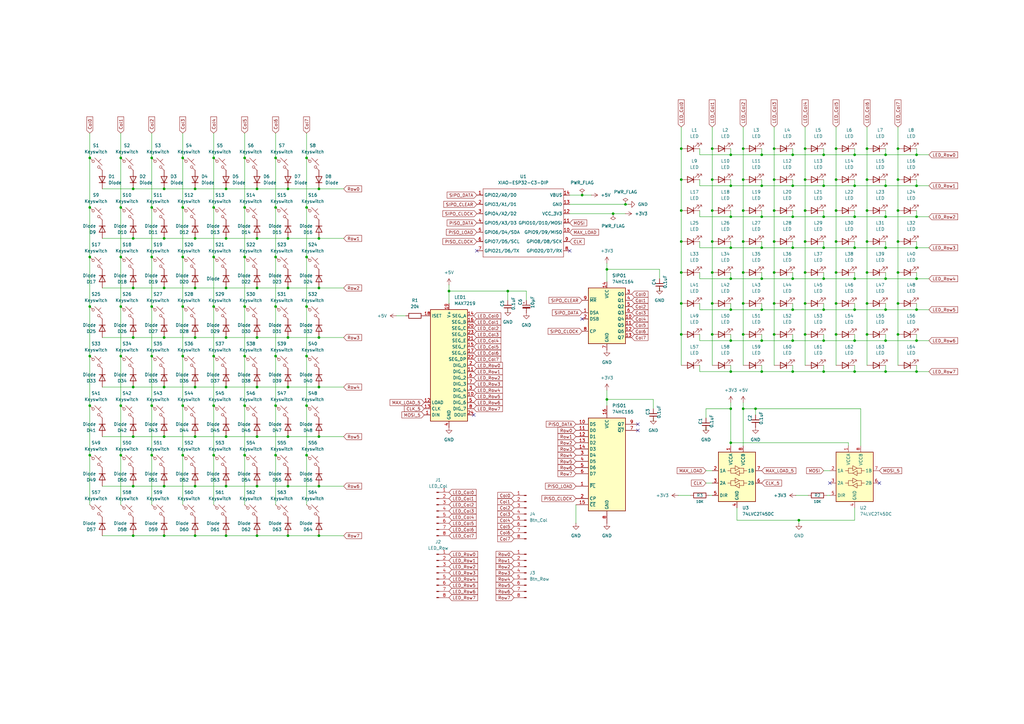
<source format=kicad_sch>
(kicad_sch (version 20250114) (generator "eeschema") (generator_version "9.0")
  (paper "A3")
  (junction (at 113.03 125.73))
  (junction (at 118.11 118.11))
  (junction (at 67.31 219.71))
  (junction (at 130.81 158.75))
  (junction (at 342.9 60.96))
  (junction (at 74.93 146.05))
  (junction (at 279.4 99.06))
  (junction (at 130.81 199.39))
  (junction (at 62.23 186.69))
  (junction (at 304.8 99.06))
  (junction (at 350.52 114.3))
  (junction (at 325.12 139.7))
  (junction (at 80.01 118.11))
  (junction (at 113.03 186.69))
  (junction (at 36.83 125.73))
  (junction (at 337.82 101.6))
  (junction (at 54.61 138.43))
  (junction (at 87.63 166.37))
  (junction (at 363.22 88.9))
  (junction (at 130.81 97.79))
  (junction (at 80.01 158.75))
  (junction (at 363.22 114.3))
  (junction (at 118.11 77.47))
  (junction (at 49.53 146.05))
  (junction (at 105.41 219.71))
  (junction (at 312.42 152.4))
  (junction (at 350.52 152.4))
  (junction (at 105.41 118.11))
  (junction (at 62.23 125.73))
  (junction (at 363.22 139.7))
  (junction (at 375.92 114.3))
  (junction (at 105.41 199.39))
  (junction (at 80.01 77.47))
  (junction (at 325.12 88.9))
  (junction (at 100.33 146.05))
  (junction (at 100.33 85.09))
  (junction (at 105.41 158.75))
  (junction (at 74.93 186.69))
  (junction (at 118.11 138.43))
  (junction (at 113.03 105.41))
  (junction (at 130.81 179.07))
  (junction (at 368.3 86.36))
  (junction (at 125.73 64.77))
  (junction (at 105.41 97.79))
  (junction (at 36.83 186.69))
  (junction (at 312.42 88.9))
  (junction (at 299.72 127))
  (junction (at 125.73 166.37))
  (junction (at 54.61 179.07))
  (junction (at 330.2 86.36))
  (junction (at 118.11 97.79))
  (junction (at 92.71 118.11))
  (junction (at 312.42 127))
  (junction (at 325.12 114.3))
  (junction (at 375.92 76.2))
  (junction (at 54.61 118.11))
  (junction (at 330.2 137.16))
  (junction (at 62.23 64.77))
  (junction (at 350.52 63.5))
  (junction (at 279.4 60.96))
  (junction (at 248.92 110.49))
  (junction (at 118.11 199.39))
  (junction (at 327.66 213.36))
  (junction (at 74.93 64.77))
  (junction (at 125.73 125.73))
  (junction (at 325.12 152.4))
  (junction (at 337.82 139.7))
  (junction (at 299.72 101.6))
  (junction (at 113.03 146.05))
  (junction (at 36.83 64.77))
  (junction (at 350.52 88.9))
  (junction (at 317.5 111.76))
  (junction (at 248.92 163.83))
  (junction (at 363.22 127))
  (junction (at 279.4 124.46))
  (junction (at 92.71 158.75))
  (junction (at 309.88 167.64))
  (junction (at 80.01 179.07))
  (junction (at 337.82 127))
  (junction (at 317.5 73.66))
  (junction (at 337.82 63.5))
  (junction (at 368.3 124.46))
  (junction (at 350.52 127))
  (junction (at 325.12 127))
  (junction (at 74.93 85.09))
  (junction (at 317.5 86.36))
  (junction (at 355.6 86.36))
  (junction (at 375.92 139.7))
  (junction (at 317.5 124.46))
  (junction (at 330.2 99.06))
  (junction (at 299.72 63.5))
  (junction (at 292.1 124.46))
  (junction (at 130.81 118.11))
  (junction (at 368.3 111.76))
  (junction (at 80.01 138.43))
  (junction (at 325.12 101.6))
  (junction (at 36.83 146.05))
  (junction (at 36.83 105.41))
  (junction (at 342.9 137.16))
  (junction (at 330.2 111.76))
  (junction (at 113.03 166.37))
  (junction (at 330.2 60.96))
  (junction (at 49.53 105.41))
  (junction (at 92.71 179.07))
  (junction (at 105.41 77.47))
  (junction (at 363.22 101.6))
  (junction (at 92.71 77.47))
  (junction (at 92.71 199.39))
  (junction (at 312.42 76.2))
  (junction (at 54.61 158.75))
  (junction (at 342.9 73.66))
  (junction (at 87.63 105.41))
  (junction (at 67.31 158.75))
  (junction (at 125.73 105.41))
  (junction (at 279.4 86.36))
  (junction (at 342.9 99.06))
  (junction (at 62.23 105.41))
  (junction (at 304.8 60.96))
  (junction (at 355.6 73.66))
  (junction (at 304.8 124.46))
  (junction (at 355.6 99.06))
  (junction (at 251.46 87.63))
  (junction (at 337.82 76.2))
  (junction (at 54.61 77.47))
  (junction (at 299.72 76.2))
  (junction (at 130.81 77.47))
  (junction (at 54.61 199.39))
  (junction (at 299.72 139.7))
  (junction (at 375.92 152.4))
  (junction (at 363.22 152.4))
  (junction (at 363.22 76.2))
  (junction (at 279.4 73.66))
  (junction (at 54.61 219.71))
  (junction (at 355.6 124.46))
  (junction (at 368.3 60.96))
  (junction (at 337.82 114.3))
  (junction (at 292.1 137.16))
  (junction (at 100.33 125.73))
  (junction (at 67.31 138.43))
  (junction (at 208.28 119.38))
  (junction (at 125.73 186.69))
  (junction (at 299.72 152.4))
  (junction (at 87.63 125.73))
  (junction (at 304.8 167.64))
  (junction (at 36.83 85.09))
  (junction (at 312.42 101.6))
  (junction (at 113.03 64.77))
  (junction (at 292.1 73.66))
  (junction (at 125.73 146.05))
  (junction (at 113.03 85.09))
  (junction (at 292.1 60.96))
  (junction (at 49.53 125.73))
  (junction (at 350.52 101.6))
  (junction (at 92.71 138.43))
  (junction (at 355.6 137.16))
  (junction (at 355.6 60.96))
  (junction (at 62.23 166.37))
  (junction (at 80.01 219.71))
  (junction (at 330.2 73.66))
  (junction (at 54.61 97.79))
  (junction (at 74.93 166.37))
  (junction (at 342.9 86.36))
  (junction (at 100.33 166.37))
  (junction (at 304.8 73.66))
  (junction (at 292.1 111.76))
  (junction (at 238.76 80.01))
  (junction (at 317.5 60.96))
  (junction (at 67.31 179.07))
  (junction (at 342.9 124.46))
  (junction (at 87.63 64.77))
  (junction (at 337.82 152.4))
  (junction (at 279.4 137.16))
  (junction (at 67.31 118.11))
  (junction (at 105.41 179.07))
  (junction (at 118.11 179.07))
  (junction (at 100.33 105.41))
  (junction (at 350.52 76.2))
  (junction (at 87.63 146.05))
  (junction (at 350.52 139.7))
  (junction (at 87.63 186.69))
  (junction (at 292.1 86.36))
  (junction (at 87.63 85.09))
  (junction (at 92.71 97.79))
  (junction (at 49.53 166.37))
  (junction (at 375.92 101.6))
  (junction (at 130.81 219.71))
  (junction (at 368.3 99.06))
  (junction (at 317.5 137.16))
  (junction (at 325.12 76.2))
  (junction (at 36.83 166.37))
  (junction (at 67.31 77.47))
  (junction (at 363.22 63.5))
  (junction (at 125.73 85.09))
  (junction (at 368.3 137.16))
  (junction (at 74.93 125.73))
  (junction (at 304.8 111.76))
  (junction (at 304.8 86.36))
  (junction (at 184.15 119.38))
  (junction (at 105.41 138.43))
  (junction (at 74.93 105.41))
  (junction (at 330.2 124.46))
  (junction (at 118.11 158.75))
  (junction (at 317.5 99.06))
  (junction (at 304.8 137.16))
  (junction (at 130.81 138.43))
  (junction (at 256.54 83.82))
  (junction (at 299.72 88.9))
  (junction (at 337.82 88.9))
  (junction (at 67.31 97.79))
  (junction (at 375.92 63.5))
  (junction (at 279.4 111.76))
  (junction (at 355.6 111.76))
  (junction (at 375.92 88.9))
  (junction (at 299.72 167.64))
  (junction (at 92.71 219.71))
  (junction (at 299.72 181.61))
  (junction (at 62.23 85.09))
  (junction (at 67.31 199.39))
  (junction (at 80.01 97.79))
  (junction (at 118.11 219.71))
  (junction (at 100.33 64.77))
  (junction (at 49.53 85.09))
  (junction (at 49.53 186.69))
  (junction (at 312.42 63.5))
  (junction (at 49.53 64.77))
  (junction (at 292.1 99.06))
  (junction (at 80.01 199.39))
  (junction (at 312.42 139.7))
  (junction (at 312.42 114.3))
  (junction (at 299.72 114.3))
  (junction (at 375.92 127))
  (junction (at 325.12 63.5))
  (junction (at 368.3 73.66))
  (junction (at 62.23 146.05))
  (junction (at 342.9 111.76))
  (junction (at 100.33 186.69))
  (no_connect (at 195.58 102.87))
  (no_connect (at 233.68 102.87))
  (no_connect (at 340.36 198.12))
  (no_connect (at 238.76 130.81))
  (no_connect (at 261.62 173.99))
  (no_connect (at 360.68 198.12))
  (no_connect (at 261.62 176.53))
  (no_connect (at 194.31 170.18))
  (wire (pts (xy 363.22 76.2) (xy 375.92 76.2)))
  (wire (pts (xy 363.22 152.4) (xy 375.92 152.4)))
  (wire (pts (xy 317.5 86.36) (xy 317.5 99.06)))
  (wire (pts (xy 62.23 64.77) (xy 62.23 85.09)))
  (wire (pts (xy 302.26 213.36) (xy 302.26 208.28)))
  (wire (pts (xy 287.02 60.96) (xy 287.02 63.5)))
  (wire (pts (xy 299.72 181.61) (xy 299.72 182.88)))
  (wire (pts (xy 105.41 158.75) (xy 118.11 158.75)))
  (wire (pts (xy 299.72 63.5) (xy 312.42 63.5)))
  (wire (pts (xy 312.42 86.36) (xy 312.42 88.9)))
  (wire (pts (xy 125.73 186.69) (xy 125.73 207.01)))
  (wire (pts (xy 118.11 179.07) (xy 130.81 179.07)))
  (wire (pts (xy 41.91 138.43) (xy 54.61 138.43)))
  (wire (pts (xy 87.63 166.37) (xy 87.63 186.69)))
  (wire (pts (xy 363.22 86.36) (xy 363.22 88.9)))
  (wire (pts (xy 289.56 167.64) (xy 289.56 171.45)))
  (wire (pts (xy 363.22 88.9) (xy 375.92 88.9)))
  (wire (pts (xy 287.02 127) (xy 299.72 127)))
  (wire (pts (xy 100.33 105.41) (xy 100.33 125.73)))
  (wire (pts (xy 248.92 163.83) (xy 248.92 166.37)))
  (wire (pts (xy 304.8 60.96) (xy 304.8 73.66)))
  (wire (pts (xy 92.71 179.07) (xy 105.41 179.07)))
  (wire (pts (xy 350.52 208.28) (xy 350.52 213.36)))
  (wire (pts (xy 363.22 149.86) (xy 363.22 152.4)))
  (wire (pts (xy 41.91 97.79) (xy 54.61 97.79)))
  (wire (pts (xy 312.42 111.76) (xy 312.42 114.3)))
  (wire (pts (xy 80.01 138.43) (xy 92.71 138.43)))
  (wire (pts (xy 337.82 88.9) (xy 350.52 88.9)))
  (wire (pts (xy 317.5 137.16) (xy 317.5 149.86)))
  (wire (pts (xy 80.01 97.79) (xy 92.71 97.79)))
  (wire (pts (xy 54.61 77.47) (xy 67.31 77.47)))
  (wire (pts (xy 337.82 86.36) (xy 337.82 88.9)))
  (wire (pts (xy 304.8 167.64) (xy 304.8 182.88)))
  (wire (pts (xy 118.11 199.39) (xy 130.81 199.39)))
  (wire (pts (xy 363.22 111.76) (xy 363.22 114.3)))
  (wire (pts (xy 100.33 146.05) (xy 100.33 166.37)))
  (wire (pts (xy 337.82 76.2) (xy 350.52 76.2)))
  (wire (pts (xy 105.41 219.71) (xy 118.11 219.71)))
  (wire (pts (xy 342.9 99.06) (xy 342.9 111.76)))
  (wire (pts (xy 100.33 54.61) (xy 100.33 64.77)))
  (wire (pts (xy 279.4 99.06) (xy 279.4 111.76)))
  (wire (pts (xy 113.03 85.09) (xy 113.03 105.41)))
  (wire (pts (xy 327.66 213.36) (xy 350.52 213.36)))
  (wire (pts (xy 208.28 128.27) (xy 208.28 127)))
  (wire (pts (xy 350.52 114.3) (xy 363.22 114.3)))
  (wire (pts (xy 238.76 80.01) (xy 233.68 80.01)))
  (wire (pts (xy 312.42 101.6) (xy 325.12 101.6)))
  (wire (pts (xy 375.92 124.46) (xy 375.92 127)))
  (wire (pts (xy 100.33 166.37) (xy 100.33 186.69)))
  (wire (pts (xy 41.91 179.07) (xy 54.61 179.07)))
  (wire (pts (xy 87.63 85.09) (xy 87.63 105.41)))
  (wire (pts (xy 325.12 111.76) (xy 325.12 114.3)))
  (wire (pts (xy 287.02 149.86) (xy 287.02 152.4)))
  (wire (pts (xy 287.02 86.36) (xy 287.02 88.9)))
  (wire (pts (xy 62.23 85.09) (xy 62.23 105.41)))
  (wire (pts (xy 347.98 181.61) (xy 347.98 182.88)))
  (wire (pts (xy 184.15 116.84) (xy 184.15 119.38)))
  (wire (pts (xy 130.81 118.11) (xy 140.97 118.11)))
  (wire (pts (xy 363.22 63.5) (xy 375.92 63.5)))
  (wire (pts (xy 49.53 54.61) (xy 49.53 64.77)))
  (wire (pts (xy 330.2 73.66) (xy 330.2 86.36)))
  (wire (pts (xy 304.8 167.64) (xy 309.88 167.64)))
  (wire (pts (xy 54.61 199.39) (xy 67.31 199.39)))
  (wire (pts (xy 350.52 63.5) (xy 363.22 63.5)))
  (wire (pts (xy 242.57 80.01) (xy 238.76 80.01)))
  (wire (pts (xy 299.72 127) (xy 312.42 127)))
  (wire (pts (xy 299.72 111.76) (xy 299.72 114.3)))
  (wire (pts (xy 350.52 139.7) (xy 363.22 139.7)))
  (wire (pts (xy 49.53 125.73) (xy 49.53 146.05)))
  (wire (pts (xy 118.11 97.79) (xy 130.81 97.79)))
  (wire (pts (xy 236.22 214.63) (xy 236.22 207.01)))
  (wire (pts (xy 375.92 114.3) (xy 381 114.3)))
  (wire (pts (xy 337.82 137.16) (xy 337.82 139.7)))
  (wire (pts (xy 113.03 146.05) (xy 113.03 166.37)))
  (wire (pts (xy 309.88 167.64) (xy 353.06 167.64)))
  (wire (pts (xy 36.83 105.41) (xy 36.83 125.73)))
  (wire (pts (xy 49.53 64.77) (xy 49.53 85.09)))
  (wire (pts (xy 375.92 137.16) (xy 375.92 139.7)))
  (wire (pts (xy 87.63 64.77) (xy 87.63 85.09)))
  (wire (pts (xy 36.83 125.73) (xy 36.83 146.05)))
  (wire (pts (xy 49.53 85.09) (xy 49.53 105.41)))
  (wire (pts (xy 67.31 138.43) (xy 80.01 138.43)))
  (wire (pts (xy 299.72 167.64) (xy 299.72 181.61)))
  (wire (pts (xy 279.4 52.07) (xy 279.4 60.96)))
  (wire (pts (xy 80.01 158.75) (xy 92.71 158.75)))
  (wire (pts (xy 368.3 86.36) (xy 368.3 99.06)))
  (wire (pts (xy 317.5 124.46) (xy 317.5 137.16)))
  (wire (pts (xy 36.83 54.61) (xy 36.83 64.77)))
  (wire (pts (xy 100.33 125.73) (xy 100.33 146.05)))
  (wire (pts (xy 325.12 152.4) (xy 337.82 152.4)))
  (wire (pts (xy 325.12 149.86) (xy 325.12 152.4)))
  (wire (pts (xy 325.12 60.96) (xy 325.12 63.5)))
  (wire (pts (xy 337.82 139.7) (xy 350.52 139.7)))
  (wire (pts (xy 256.54 87.63) (xy 251.46 87.63)))
  (wire (pts (xy 67.31 158.75) (xy 80.01 158.75)))
  (wire (pts (xy 80.01 219.71) (xy 92.71 219.71)))
  (wire (pts (xy 350.52 101.6) (xy 363.22 101.6)))
  (wire (pts (xy 279.4 111.76) (xy 279.4 124.46)))
  (wire (pts (xy 100.33 85.09) (xy 100.33 105.41)))
  (wire (pts (xy 363.22 114.3) (xy 375.92 114.3)))
  (wire (pts (xy 330.2 99.06) (xy 330.2 111.76)))
  (wire (pts (xy 375.92 88.9) (xy 381 88.9)))
  (wire (pts (xy 317.5 111.76) (xy 317.5 124.46)))
  (wire (pts (xy 54.61 118.11) (xy 67.31 118.11)))
  (wire (pts (xy 41.91 77.47) (xy 54.61 77.47)))
  (wire (pts (xy 92.71 219.71) (xy 105.41 219.71)))
  (wire (pts (xy 287.02 101.6) (xy 299.72 101.6)))
  (wire (pts (xy 54.61 179.07) (xy 67.31 179.07)))
  (wire (pts (xy 330.2 124.46) (xy 330.2 137.16)))
  (wire (pts (xy 309.88 167.64) (xy 309.88 170.18)))
  (wire (pts (xy 375.92 101.6) (xy 363.22 101.6)))
  (wire (pts (xy 62.23 166.37) (xy 62.23 186.69)))
  (wire (pts (xy 62.23 125.73) (xy 62.23 146.05)))
  (wire (pts (xy 350.52 124.46) (xy 350.52 127)))
  (wire (pts (xy 337.82 152.4) (xy 350.52 152.4)))
  (wire (pts (xy 92.71 118.11) (xy 105.41 118.11)))
  (wire (pts (xy 248.92 160.02) (xy 248.92 163.83)))
  (wire (pts (xy 287.02 124.46) (xy 287.02 127)))
  (wire (pts (xy 368.3 111.76) (xy 368.3 124.46)))
  (wire (pts (xy 292.1 137.16) (xy 292.1 149.86)))
  (wire (pts (xy 87.63 146.05) (xy 87.63 166.37)))
  (wire (pts (xy 317.5 99.06) (xy 317.5 111.76)))
  (wire (pts (xy 342.9 86.36) (xy 342.9 99.06)))
  (wire (pts (xy 125.73 64.77) (xy 125.73 85.09)))
  (wire (pts (xy 342.9 52.07) (xy 342.9 60.96)))
  (wire (pts (xy 312.42 73.66) (xy 312.42 76.2)))
  (wire (pts (xy 312.42 60.96) (xy 312.42 63.5)))
  (wire (pts (xy 312.42 124.46) (xy 312.42 127)))
  (wire (pts (xy 292.1 99.06) (xy 292.1 111.76)))
  (wire (pts (xy 342.9 60.96) (xy 342.9 73.66)))
  (wire (pts (xy 251.46 87.63) (xy 233.68 87.63)))
  (wire (pts (xy 312.42 63.5) (xy 325.12 63.5)))
  (wire (pts (xy 100.33 64.77) (xy 100.33 85.09)))
  (wire (pts (xy 287.02 63.5) (xy 299.72 63.5)))
  (wire (pts (xy 375.92 152.4) (xy 381 152.4)))
  (wire (pts (xy 317.5 52.07) (xy 317.5 60.96)))
  (wire (pts (xy 74.93 85.09) (xy 74.93 105.41)))
  (wire (pts (xy 342.9 137.16) (xy 342.9 149.86)))
  (wire (pts (xy 130.81 179.07) (xy 140.97 179.07)))
  (wire (pts (xy 41.91 199.39) (xy 54.61 199.39)))
  (wire (pts (xy 267.97 172.72) (xy 267.97 171.45)))
  (wire (pts (xy 67.31 219.71) (xy 80.01 219.71)))
  (wire (pts (xy 350.52 99.06) (xy 350.52 101.6)))
  (wire (pts (xy 289.56 176.53) (xy 289.56 175.26)))
  (wire (pts (xy 363.22 127) (xy 375.92 127)))
  (wire (pts (xy 312.42 152.4) (xy 325.12 152.4)))
  (wire (pts (xy 87.63 105.41) (xy 87.63 125.73)))
  (wire (pts (xy 125.73 146.05) (xy 125.73 166.37)))
  (wire (pts (xy 375.92 149.86) (xy 375.92 152.4)))
  (wire (pts (xy 355.6 52.07) (xy 355.6 60.96)))
  (wire (pts (xy 257.81 83.82) (xy 256.54 83.82)))
  (wire (pts (xy 279.4 137.16) (xy 279.4 149.86)))
  (wire (pts (xy 270.51 119.38) (xy 270.51 118.11)))
  (wire (pts (xy 350.52 152.4) (xy 363.22 152.4)))
  (wire (pts (xy 80.01 118.11) (xy 92.71 118.11)))
  (wire (pts (xy 304.8 52.07) (xy 304.8 60.96)))
  (wire (pts (xy 279.4 86.36) (xy 279.4 99.06)))
  (wire (pts (xy 92.71 97.79) (xy 105.41 97.79)))
  (wire (pts (xy 125.73 166.37) (xy 125.73 186.69)))
  (wire (pts (xy 292.1 86.36) (xy 292.1 99.06)))
  (wire (pts (xy 355.6 73.66) (xy 355.6 86.36)))
  (wire (pts (xy 337.82 99.06) (xy 337.82 101.6)))
  (wire (pts (xy 304.8 165.1) (xy 304.8 167.64)))
  (wire (pts (xy 350.52 149.86) (xy 350.52 152.4)))
  (wire (pts (xy 299.72 165.1) (xy 299.72 167.64)))
  (wire (pts (xy 74.93 105.41) (xy 74.93 125.73)))
  (wire (pts (xy 312.42 137.16) (xy 312.42 139.7)))
  (wire (pts (xy 325.12 63.5) (xy 337.82 63.5)))
  (wire (pts (xy 299.72 86.36) (xy 299.72 88.9)))
  (wire (pts (xy 36.83 166.37) (xy 36.83 186.69)))
  (wire (pts (xy 279.4 60.96) (xy 279.4 73.66)))
  (wire (pts (xy 375.92 63.5) (xy 381 63.5)))
  (wire (pts (xy 130.81 97.79) (xy 140.97 97.79)))
  (wire (pts (xy 325.12 114.3) (xy 337.82 114.3)))
  (wire (pts (xy 325.12 139.7) (xy 337.82 139.7)))
  (wire (pts (xy 330.2 86.36) (xy 330.2 99.06)))
  (wire (pts (xy 287.02 137.16) (xy 287.02 139.7)))
  (wire (pts (xy 248.92 107.95) (xy 248.92 110.49)))
  (wire (pts (xy 375.92 127) (xy 381 127)))
  (wire (pts (xy 287.02 76.2) (xy 299.72 76.2)))
  (wire (pts (xy 41.91 219.71) (xy 54.61 219.71)))
  (wire (pts (xy 292.1 111.76) (xy 292.1 124.46)))
  (wire (pts (xy 54.61 138.43) (xy 67.31 138.43)))
  (wire (pts (xy 292.1 52.07) (xy 292.1 60.96)))
  (wire (pts (xy 267.97 163.83) (xy 248.92 163.83)))
  (wire (pts (xy 353.06 167.64) (xy 353.06 182.88)))
  (wire (pts (xy 130.81 219.71) (xy 140.97 219.71)))
  (wire (pts (xy 355.6 60.96) (xy 355.6 73.66)))
  (wire (pts (xy 67.31 97.79) (xy 80.01 97.79)))
  (wire (pts (xy 325.12 88.9) (xy 337.82 88.9)))
  (wire (pts (xy 312.42 149.86) (xy 312.42 152.4)))
  (wire (pts (xy 325.12 76.2) (xy 337.82 76.2)))
  (wire (pts (xy 267.97 163.83) (xy 267.97 167.64)))
  (wire (pts (xy 118.11 138.43) (xy 130.81 138.43)))
  (wire (pts (xy 87.63 125.73) (xy 87.63 146.05)))
  (wire (pts (xy 208.28 119.38) (xy 215.9 119.38)))
  (wire (pts (xy 363.22 60.96) (xy 363.22 63.5)))
  (wire (pts (xy 363.22 73.66) (xy 363.22 76.2)))
  (wire (pts (xy 92.71 77.47) (xy 105.41 77.47)))
  (wire (pts (xy 337.82 73.66) (xy 337.82 76.2)))
  (wire (pts (xy 289.56 193.04) (xy 292.1 193.04)))
  (wire (pts (xy 208.28 119.38) (xy 208.28 123.19)))
  (wire (pts (xy 304.8 73.66) (xy 304.8 86.36)))
  (wire (pts (xy 105.41 199.39) (xy 118.11 199.39)))
  (wire (pts (xy 299.72 139.7) (xy 312.42 139.7)))
  (wire (pts (xy 287.02 73.66) (xy 287.02 76.2)))
  (wire (pts (xy 342.9 73.66) (xy 342.9 86.36)))
  (wire (pts (xy 368.3 73.66) (xy 368.3 86.36)))
  (wire (pts (xy 299.72 181.61) (xy 347.98 181.61)))
  (wire (pts (xy 325.12 137.16) (xy 325.12 139.7)))
  (wire (pts (xy 302.26 213.36) (xy 327.66 213.36)))
  (wire (pts (xy 113.03 54.61) (xy 113.03 64.77)))
  (wire (pts (xy 130.81 138.43) (xy 140.97 138.43)))
  (wire (pts (xy 74.93 54.61) (xy 74.93 64.77)))
  (wire (pts (xy 363.22 139.7) (xy 375.92 139.7)))
  (wire (pts (xy 287.02 88.9) (xy 299.72 88.9)))
  (wire (pts (xy 375.92 86.36) (xy 375.92 88.9)))
  (wire (pts (xy 113.03 186.69) (xy 113.03 207.01)))
  (wire (pts (xy 355.6 86.36) (xy 355.6 99.06)))
  (wire (pts (xy 54.61 97.79) (xy 67.31 97.79)))
  (wire (pts (xy 304.8 111.76) (xy 304.8 124.46)))
  (wire (pts (xy 368.3 137.16) (xy 368.3 149.86)))
  (wire (pts (xy 337.82 111.76) (xy 337.82 114.3)))
  (wire (pts (xy 62.23 186.69) (xy 62.23 207.01)))
  (wire (pts (xy 299.72 88.9) (xy 312.42 88.9)))
  (wire (pts (xy 350.52 76.2) (xy 363.22 76.2)))
  (wire (pts (xy 208.28 119.38) (xy 184.15 119.38)))
  (wire (pts (xy 92.71 199.39) (xy 105.41 199.39)))
  (wire (pts (xy 304.8 137.16) (xy 304.8 149.86)))
  (wire (pts (xy 368.3 124.46) (xy 368.3 137.16)))
  (wire (pts (xy 312.42 88.9) (xy 325.12 88.9)))
  (wire (pts (xy 92.71 158.75) (xy 105.41 158.75)))
  (wire (pts (xy 337.82 124.46) (xy 337.82 127)))
  (wire (pts (xy 337.82 63.5) (xy 350.52 63.5)))
  (wire (pts (xy 74.93 166.37) (xy 74.93 186.69)))
  (wire (pts (xy 375.92 76.2) (xy 381 76.2)))
  (wire (pts (xy 355.6 137.16) (xy 355.6 149.86)))
  (wire (pts (xy 125.73 105.41) (xy 125.73 125.73)))
  (wire (pts (xy 125.73 125.73) (xy 125.73 146.05)))
  (wire (pts (xy 337.82 193.04) (xy 340.36 193.04)))
  (wire (pts (xy 350.52 111.76) (xy 350.52 114.3)))
  (wire (pts (xy 312.42 139.7) (xy 325.12 139.7)))
  (wire (pts (xy 256.54 83.82) (xy 233.68 83.82)))
  (wire (pts (xy 325.12 86.36) (xy 325.12 88.9)))
  (wire (pts (xy 299.72 114.3) (xy 312.42 114.3)))
  (wire (pts (xy 62.23 54.61) (xy 62.23 64.77)))
  (wire (pts (xy 130.81 158.75) (xy 140.97 158.75)))
  (wire (pts (xy 330.2 137.16) (xy 330.2 149.86)))
  (wire (pts (xy 299.72 60.96) (xy 299.72 63.5)))
  (wire (pts (xy 279.4 124.46) (xy 279.4 137.16)))
  (wire (pts (xy 375.92 60.96) (xy 375.92 63.5)))
  (wire (pts (xy 299.72 76.2) (xy 312.42 76.2)))
  (wire (pts (xy 290.83 203.2) (xy 292.1 203.2)))
  (wire (pts (xy 325.12 127) (xy 337.82 127)))
  (wire (pts (xy 36.83 85.09) (xy 36.83 105.41)))
  (wire (pts (xy 330.2 111.76) (xy 330.2 124.46)))
  (wire (pts (xy 105.41 118.11) (xy 118.11 118.11)))
  (wire (pts (xy 41.91 158.75) (xy 54.61 158.75)))
  (wire (pts (xy 184.15 119.38) (xy 184.15 124.46)))
  (wire (pts (xy 130.81 77.47) (xy 140.97 77.47)))
  (wire (pts (xy 299.72 73.66) (xy 299.72 76.2)))
  (wire (pts (xy 299.72 124.46) (xy 299.72 127)))
  (wire (pts (xy 325.12 99.06) (xy 325.12 101.6)))
  (wire (pts (xy 248.92 110.49) (xy 270.51 110.49)))
  (wire (pts (xy 36.83 64.77) (xy 36.83 85.09)))
  (wire (pts (xy 54.61 158.75) (xy 67.31 158.75)))
  (wire (pts (xy 125.73 85.09) (xy 125.73 105.41)))
  (wire (pts (xy 317.5 60.96) (xy 317.5 73.66)))
  (wire (pts (xy 49.53 186.69) (xy 49.53 207.01)))
  (wire (pts (xy 299.72 152.4) (xy 312.42 152.4)))
  (wire (pts (xy 330.2 52.07) (xy 330.2 60.96)))
  (wire (pts (xy 304.8 124.46) (xy 304.8 137.16)))
  (wire (pts (xy 363.22 99.06) (xy 363.22 101.6)))
  (wire (pts (xy 304.8 86.36) (xy 304.8 99.06)))
  (wire (pts (xy 355.6 99.06) (xy 355.6 111.76)))
  (wire (pts (xy 67.31 77.47) (xy 80.01 77.47)))
  (wire (pts (xy 80.01 199.39) (xy 92.71 199.39)))
  (wire (pts (xy 125.73 54.61) (xy 125.73 64.77)))
  (wire (pts (xy 287.02 152.4) (xy 299.72 152.4)))
  (wire (pts (xy 113.03 64.77) (xy 113.03 85.09)))
  (wire (pts (xy 317.5 73.66) (xy 317.5 86.36)))
  (wire (pts (xy 304.8 99.06) (xy 304.8 111.76)))
  (wire (pts (xy 312.42 127) (xy 325.12 127)))
  (wire (pts (xy 130.81 199.39) (xy 140.97 199.39)))
  (wire (pts (xy 337.82 60.96) (xy 337.82 63.5)))
  (wire (pts (xy 270.51 110.49) (xy 270.51 114.3)))
  (wire (pts (xy 113.03 125.73) (xy 113.03 146.05)))
  (wire (pts (xy 118.11 77.47) (xy 130.81 77.47)))
  (wire (pts (xy 49.53 166.37) (xy 49.53 186.69)))
  (wire (pts (xy 62.23 146.05) (xy 62.23 166.37)))
  (wire (pts (xy 278.13 203.2) (xy 283.21 203.2)))
  (wire (pts (xy 49.53 105.41) (xy 49.53 125.73)))
  (wire (pts (xy 36.83 186.69) (xy 36.83 207.01)))
  (wire (pts (xy 299.72 101.6) (xy 312.42 101.6)))
  (wire (pts (xy 49.53 146.05) (xy 49.53 166.37)))
  (wire (pts (xy 337.82 114.3) (xy 350.52 114.3)))
  (wire (pts (xy 337.82 127) (xy 350.52 127)))
  (wire (pts (xy 350.52 60.96) (xy 350.52 63.5)))
  (wire (pts (xy 299.72 149.86) (xy 299.72 152.4)))
  (wire (pts (xy 287.02 114.3) (xy 299.72 114.3)))
  (wire (pts (xy 80.01 77.47) (xy 92.71 77.47)))
  (wire (pts (xy 113.03 105.41) (xy 113.03 125.73)))
  (wire (pts (xy 215.9 119.38) (xy 215.9 123.19)))
  (wire (pts (xy 312.42 114.3) (xy 325.12 114.3)))
  (wire (pts (xy 325.12 101.6) (xy 337.82 101.6)))
  (wire (pts (xy 350.52 127) (xy 363.22 127)))
  (wire (pts (xy 105.41 138.43) (xy 118.11 138.43)))
  (wire (pts (xy 292.1 60.96) (xy 292.1 73.66)))
  (wire (pts (xy 105.41 97.79) (xy 118.11 97.79)))
  (wire (pts (xy 80.01 179.07) (xy 92.71 179.07)))
  (wire (pts (xy 248.92 110.49) (xy 248.92 115.57)))
  (wire (pts (xy 292.1 73.66) (xy 292.1 86.36)))
  (wire (pts (xy 287.02 99.06) (xy 287.02 101.6)))
  (wire (pts (xy 368.3 60.96) (xy 368.3 73.66)))
  (wire (pts (xy 279.4 73.66) (xy 279.4 86.36)))
  (wire (pts (xy 118.11 219.71) (xy 130.81 219.71)))
  (wire (pts (xy 41.91 118.11) (xy 54.61 118.11)))
  (wire (pts (xy 36.83 146.05) (xy 36.83 166.37)))
  (wire (pts (xy 350.52 73.66) (xy 350.52 76.2)))
  (wire (pts (xy 67.31 118.11) (xy 80.01 118.11)))
  (wire (pts (xy 67.31 199.39) (xy 80.01 199.39)))
  (wire (pts (xy 74.93 64.77) (xy 74.93 85.09)))
  (wire (pts (xy 339.09 203.2) (xy 340.36 203.2)))
  (wire (pts (xy 375.92 111.76) (xy 375.92 114.3)))
  (wire (pts (xy 325.12 73.66) (xy 325.12 76.2)))
  (wire (pts (xy 363.22 137.16) (xy 363.22 139.7)))
  (wire (pts (xy 350.52 86.36) (xy 350.52 88.9)))
  (wire (pts (xy 87.63 186.69) (xy 87.63 207.01)))
  (wire (pts (xy 326.39 203.2) (xy 331.47 203.2)))
  (wire (pts (xy 292.1 124.46) (xy 292.1 137.16)))
  (wire (pts (xy 118.11 158.75) (xy 130.81 158.75)))
  (wire (pts (xy 299.72 99.06) (xy 299.72 101.6)))
  (wire (pts (xy 67.31 179.07) (xy 80.01 179.07)))
  (wire (pts (xy 113.03 166.37) (xy 113.03 186.69)))
  (wire (pts (xy 105.41 179.07) (xy 118.11 179.07)))
  (wire (pts (xy 368.3 52.07) (xy 368.3 60.96)))
  (wire (pts (xy 289.56 198.12) (xy 292.1 198.12)))
  (wire (pts (xy 92.71 138.43) (xy 105.41 138.43)))
  (wire (pts (xy 375.92 99.06) (xy 375.92 101.6)))
  (wire (pts (xy 287.02 139.7) (xy 299.72 139.7)))
  (wire (pts (xy 337.82 149.86) (xy 337.82 152.4)))
  (wire (pts (xy 118.11 118.11) (xy 130.81 118.11)))
  (wire (pts (xy 355.6 111.76) (xy 355.6 124.46)))
  (wire (pts (xy 342.9 111.76) (xy 342.9 124.46)))
  (wire (pts (xy 312.42 76.2) (xy 325.12 76.2)))
  (wire (pts (xy 375.92 139.7) (xy 381 139.7)))
  (wire (pts (xy 54.61 219.71) (xy 67.31 219.71)))
  (wire (pts (xy 87.63 54.61) (xy 87.63 64.77)))
  (wire (pts (xy 299.72 137.16) (xy 299.72 139.7)))
  (wire (pts (xy 162.56 129.54) (xy 166.37 129.54)))
  (wire (pts (xy 289.56 167.64) (xy 299.72 167.64)))
  (wire (pts (xy 100.33 186.69) (xy 100.33 207.01)))
  (wire (pts (xy 325.12 124.46) (xy 325.12 127)))
  (wire (pts (xy 342.9 124.46) (xy 342.9 137.16)))
  (wire (pts (xy 74.93 186.69) (xy 74.93 207.01)))
  (wire (pts (xy 105.41 77.47) (xy 118.11 77.47)))
  (wire (pts (xy 287.02 111.76) (xy 287.02 114.3)))
  (wire (pts (xy 350.52 88.9) (xy 363.22 88.9)))
  (wire (pts (xy 337.82 101.6) (xy 350.52 101.6)))
  (wire (pts (xy 368.3 99.06) (xy 368.3 111.76)))
  (wire (pts (xy 62.23 105.41) (xy 62.23 125.73)))
  (wire (pts (xy 312.42 99.06) (xy 312.42 101.6)))
  (wire (pts (xy 350.52 137.16) (xy 350.52 139.7)))
  (wire (pts (xy 363.22 124.46) (xy 363.22 127)))
  (wire (pts (xy 74.93 146.05) (xy 74.93 166.37)))
  (wire (pts (xy 375.92 73.66) (xy 375.92 76.2)))
  (wire (pts (xy 327.66 214.63) (xy 327.66 213.36)))
  (wire (pts (xy 355.6 124.46) (xy 355.6 137.16)))
  (wire (pts (xy 74.93 125.73) (xy 74.93 146.05)))
  (wire (pts (xy 381 101.6) (xy 375.92 101.6)))
  (wire (pts (xy 330.2 60.96) (xy 330.2 73.66)))
  (global_label "Col5" (shape input) (at 259.08 133.35 0) (property "Intersheetrefs" "${INTERSHEET_REFS}" (effects (hide yes))))
  (global_label "Row0" (shape input) (at 140.97 77.47 0) (property "Intersheetrefs" "${INTERSHEET_REFS}" (effects (hide yes))))
  (global_label "Row4" (shape input) (at 236.22 186.69 180) (property "Intersheetrefs" "${INTERSHEET_REFS}" (effects (hide yes))))
  (global_label "LED_Row1" (shape input) (at 194.31 152.4 0) (property "Intersheetrefs" "${INTERSHEET_REFS}" (effects (hide yes))))
  (global_label "Row7" (shape input) (at 236.22 194.31 180) (property "Intersheetrefs" "${INTERSHEET_REFS}" (effects (hide yes))))
  (global_label "Col2" (shape input) (at 259.08 125.73 0) (property "Intersheetrefs" "${INTERSHEET_REFS}" (effects (hide yes))))
  (global_label "Col4" (shape input) (at 87.63 54.61 90) (property "Intersheetrefs" "${INTERSHEET_REFS}" (effects (hide yes))))
  (global_label "Col4" (shape input) (at 259.08 130.81 0) (property "Intersheetrefs" "${INTERSHEET_REFS}" (effects (hide yes))))
  (global_label "Col3" (shape input) (at 74.93 54.61 90) (property "Intersheetrefs" "${INTERSHEET_REFS}" (effects (hide yes))))
  (global_label "MOSI_5" (shape input) (at 360.68 193.04 0) (property "Intersheetrefs" "${INTERSHEET_REFS}" (effects (hide yes))))
  (global_label "Row2" (shape input) (at 210.82 232.41 180) (property "Intersheetrefs" "${INTERSHEET_REFS}" (effects (hide yes))))
  (global_label "LED_Col5" (shape input) (at 184.15 214.63 0) (property "Intersheetrefs" "${INTERSHEET_REFS}" (effects (hide yes))))
  (global_label "Row5" (shape input) (at 140.97 179.07 0) (property "Intersheetrefs" "${INTERSHEET_REFS}" (effects (hide yes))))
  (global_label "Row2" (shape input) (at 140.97 118.11 0) (property "Intersheetrefs" "${INTERSHEET_REFS}" (effects (hide yes))))
  (global_label "SIPO_CLOCK" (shape input) (at 238.76 135.89 180) (property "Intersheetrefs" "${INTERSHEET_REFS}" (effects (hide yes))))
  (global_label "LED_Row6" (shape input) (at 184.15 242.57 0) (property "Intersheetrefs" "${INTERSHEET_REFS}" (effects (hide yes))))
  (global_label "Row2" (shape input) (at 236.22 181.61 180) (property "Intersheetrefs" "${INTERSHEET_REFS}" (effects (hide yes))))
  (global_label "Col5" (shape input) (at 210.82 215.9 180) (property "Intersheetrefs" "${INTERSHEET_REFS}" (effects (hide yes))))
  (global_label "LED_Row5" (shape input) (at 194.31 162.56 0) (property "Intersheetrefs" "${INTERSHEET_REFS}" (effects (hide yes))))
  (global_label "PISO_LOAD" (shape input) (at 195.58 95.25 180) (property "Intersheetrefs" "${INTERSHEET_REFS}" (effects (hide yes))))
  (global_label "LED_Col1" (shape input) (at 194.31 132.08 0) (property "Intersheetrefs" "${INTERSHEET_REFS}" (effects (hide yes))))
  (global_label "PISO_DATA" (shape input) (at 195.58 91.44 180) (property "Intersheetrefs" "${INTERSHEET_REFS}" (effects (hide yes))))
  (global_label "Row5" (shape input) (at 210.82 240.03 180) (property "Intersheetrefs" "${INTERSHEET_REFS}" (effects (hide yes))))
  (global_label "Col0" (shape input) (at 210.82 203.2 180) (property "Intersheetrefs" "${INTERSHEET_REFS}" (effects (hide yes))))
  (global_label "PISO_CLOCK" (shape input) (at 195.58 99.06 180) (property "Intersheetrefs" "${INTERSHEET_REFS}" (effects (hide yes))))
  (global_label "LED_Col7" (shape input) (at 368.3 52.07 90) (property "Intersheetrefs" "${INTERSHEET_REFS}" (effects (hide yes))))
  (global_label "Row1" (shape input) (at 236.22 179.07 180) (property "Intersheetrefs" "${INTERSHEET_REFS}" (effects (hide yes))))
  (global_label "LED_Col2" (shape input) (at 194.31 134.62 0) (property "Intersheetrefs" "${INTERSHEET_REFS}" (effects (hide yes))))
  (global_label "LED_Col4" (shape input) (at 194.31 139.7 0) (property "Intersheetrefs" "${INTERSHEET_REFS}" (effects (hide yes))))
  (global_label "LED_Row2" (shape input) (at 184.15 232.41 0) (property "Intersheetrefs" "${INTERSHEET_REFS}" (effects (hide yes))))
  (global_label "LED_Col0" (shape input) (at 184.15 201.93 0) (property "Intersheetrefs" "${INTERSHEET_REFS}" (effects (hide yes))))
  (global_label "LED_Row6" (shape input) (at 194.31 165.1 0) (property "Intersheetrefs" "${INTERSHEET_REFS}" (effects (hide yes))))
  (global_label "SIPO_CLOCK" (shape input) (at 195.58 87.63 180) (property "Intersheetrefs" "${INTERSHEET_REFS}" (effects (hide yes))))
  (global_label "LED_Col3" (shape input) (at 194.31 137.16 0) (property "Intersheetrefs" "${INTERSHEET_REFS}" (effects (hide yes))))
  (global_label "LED_Col4" (shape input) (at 184.15 212.09 0) (property "Intersheetrefs" "${INTERSHEET_REFS}" (effects (hide yes))))
  (global_label "Col0" (shape input) (at 36.83 54.61 90) (property "Intersheetrefs" "${INTERSHEET_REFS}" (effects (hide yes))))
  (global_label "Col3" (shape input) (at 259.08 128.27 0) (property "Intersheetrefs" "${INTERSHEET_REFS}" (effects (hide yes))))
  (global_label "Row5" (shape input) (at 236.22 189.23 180) (property "Intersheetrefs" "${INTERSHEET_REFS}" (effects (hide yes))))
  (global_label "SIPO_DATA" (shape input) (at 195.58 80.01 180) (property "Intersheetrefs" "${INTERSHEET_REFS}" (effects (hide yes))))
  (global_label "CLK_5" (shape input) (at 312.42 198.12 0) (property "Intersheetrefs" "${INTERSHEET_REFS}" (effects (hide yes))))
  (global_label "LED_Row3" (shape input) (at 194.31 157.48 0) (property "Intersheetrefs" "${INTERSHEET_REFS}" (effects (hide yes))))
  (global_label "LED_Row1" (shape input) (at 184.15 229.87 0) (property "Intersheetrefs" "${INTERSHEET_REFS}" (effects (hide yes))))
  (global_label "MAX_LOAD" (shape input) (at 233.68 95.25 0) (property "Intersheetrefs" "${INTERSHEET_REFS}" (effects (hide yes))))
  (global_label "Col0" (shape input) (at 259.08 120.65 0) (property "Intersheetrefs" "${INTERSHEET_REFS}" (effects (hide yes))))
  (global_label "LED_Row5" (shape input) (at 184.15 240.03 0) (property "Intersheetrefs" "${INTERSHEET_REFS}" (effects (hide yes))))
  (global_label "LED_Row2" (shape input) (at 194.31 154.94 0) (property "Intersheetrefs" "${INTERSHEET_REFS}" (effects (hide yes))))
  (global_label "LED_Col5" (shape input) (at 194.31 142.24 0) (property "Intersheetrefs" "${INTERSHEET_REFS}" (effects (hide yes))))
  (global_label "LED_Row7" (shape input) (at 184.15 245.11 0) (property "Intersheetrefs" "${INTERSHEET_REFS}" (effects (hide yes))))
  (global_label "LED_Row4" (shape input) (at 184.15 237.49 0) (property "Intersheetrefs" "${INTERSHEET_REFS}" (effects (hide yes))))
  (global_label "Col1" (shape input) (at 210.82 205.74 180) (property "Intersheetrefs" "${INTERSHEET_REFS}" (effects (hide yes))))
  (global_label "SIPO_CLEAR" (shape input) (at 238.76 123.19 180) (property "Intersheetrefs" "${INTERSHEET_REFS}" (effects (hide yes))))
  (global_label "LED_Row4" (shape input) (at 194.31 160.02 0) (property "Intersheetrefs" "${INTERSHEET_REFS}" (effects (hide yes))))
  (global_label "LED_Row7" (shape input) (at 194.31 167.64 0) (property "Intersheetrefs" "${INTERSHEET_REFS}" (effects (hide yes))))
  (global_label "LED_Row2" (shape input) (at 381 88.9 0) (property "Intersheetrefs" "${INTERSHEET_REFS}" (effects (hide yes))))
  (global_label "Col5" (shape input) (at 100.33 54.61 90) (property "Intersheetrefs" "${INTERSHEET_REFS}" (effects (hide yes))))
  (global_label "Row1" (shape input) (at 210.82 229.87 180) (property "Intersheetrefs" "${INTERSHEET_REFS}" (effects (hide yes))))
  (global_label "MOSI" (shape input) (at 337.82 193.04 180) (property "Intersheetrefs" "${INTERSHEET_REFS}" (effects (hide yes))))
  (global_label "Row3" (shape input) (at 210.82 234.95 180) (property "Intersheetrefs" "${INTERSHEET_REFS}" (effects (hide yes))))
  (global_label "LED_Col0" (shape input) (at 194.31 129.54 0) (property "Intersheetrefs" "${INTERSHEET_REFS}" (effects (hide yes))))
  (global_label "Col1" (shape input) (at 259.08 123.19 0) (property "Intersheetrefs" "${INTERSHEET_REFS}" (effects (hide yes))))
  (global_label "Row6" (shape input) (at 236.22 191.77 180) (property "Intersheetrefs" "${INTERSHEET_REFS}" (effects (hide yes))))
  (global_label "LED_Row6" (shape input) (at 381 139.7 0) (property "Intersheetrefs" "${INTERSHEET_REFS}" (effects (hide yes))))
  (global_label "LED_Col4" (shape input) (at 330.2 52.07 90) (property "Intersheetrefs" "${INTERSHEET_REFS}" (effects (hide yes))))
  (global_label "Row0" (shape input) (at 210.82 227.33 180) (property "Intersheetrefs" "${INTERSHEET_REFS}" (effects (hide yes))))
  (global_label "Col2" (shape input) (at 62.23 54.61 90) (property "Intersheetrefs" "${INTERSHEET_REFS}" (effects (hide yes))))
  (global_label "PISO_DATA" (shape input) (at 236.22 173.99 180) (property "Intersheetrefs" "${INTERSHEET_REFS}" (effects (hide yes))))
  (global_label "Col3" (shape input) (at 210.82 210.82 180) (property "Intersheetrefs" "${INTERSHEET_REFS}" (effects (hide yes))))
  (global_label "CLK" (shape input) (at 289.56 198.12 180) (property "Intersheetrefs" "${INTERSHEET_REFS}" (effects (hide yes))))
  (global_label "LED_Row0" (shape input) (at 184.15 227.33 0) (property "Intersheetrefs" "${INTERSHEET_REFS}" (effects (hide yes))))
  (global_label "MOSI_5" (shape input) (at 173.99 170.18 180) (property "Intersheetrefs" "${INTERSHEET_REFS}" (effects (hide yes))))
  (global_label "LED_Col1" (shape input) (at 292.1 52.07 90) (property "Intersheetrefs" "${INTERSHEET_REFS}" (effects (hide yes))))
  (global_label "Row6" (shape input) (at 140.97 199.39 0) (property "Intersheetrefs" "${INTERSHEET_REFS}" (effects (hide yes))))
  (global_label "LED_Col2" (shape input) (at 304.8 52.07 90) (property "Intersheetrefs" "${INTERSHEET_REFS}" (effects (hide yes))))
  (global_label "PISO_LOAD" (shape input) (at 236.22 199.39 180) (property "Intersheetrefs" "${INTERSHEET_REFS}" (effects (hide yes))))
  (global_label "LED_Col7" (shape input) (at 184.15 219.71 0) (property "Intersheetrefs" "${INTERSHEET_REFS}" (effects (hide yes))))
  (global_label "LED_Col1" (shape input) (at 184.15 204.47 0) (property "Intersheetrefs" "${INTERSHEET_REFS}" (effects (hide yes))))
  (global_label "CLK_5" (shape input) (at 173.99 167.64 180) (property "Intersheetrefs" "${INTERSHEET_REFS}" (effects (hide yes))))
  (global_label "LED_Col6" (shape input) (at 194.31 144.78 0) (property "Intersheetrefs" "${INTERSHEET_REFS}" (effects (hide yes))))
  (global_label "MAX_LOAD" (shape input) (at 289.56 193.04 180) (property "Intersheetrefs" "${INTERSHEET_REFS}" (effects (hide yes))))
  (global_label "LED_Col2" (shape input) (at 184.15 207.01 0) (property "Intersheetrefs" "${INTERSHEET_REFS}" (effects (hide yes))))
  (global_label "LED_Row4" (shape input) (at 381 114.3 0) (property "Intersheetrefs" "${INTERSHEET_REFS}" (effects (hide yes))))
  (global_label "LED_Row0" (shape input) (at 194.31 149.86 0) (property "Intersheetrefs" "${INTERSHEET_REFS}" (effects (hide yes))))
  (global_label "PISO_CLOCK" (shape input) (at 236.22 204.47 180) (property "Intersheetrefs" "${INTERSHEET_REFS}" (effects (hide yes))))
  (global_label "Col2" (shape input) (at 210.82 208.28 180) (property "Intersheetrefs" "${INTERSHEET_REFS}" (effects (hide yes))))
  (global_label "CLK" (shape input) (at 233.68 99.06 0) (property "Intersheetrefs" "${INTERSHEET_REFS}" (effects (hide yes))))
  (global_label "LED_Col7" (shape input) (at 194.31 147.32 0) (property "Intersheetrefs" "${INTERSHEET_REFS}" (effects (hide yes))))
  (global_label "LED_Col3" (shape input) (at 184.15 209.55 0) (property "Intersheetrefs" "${INTERSHEET_REFS}" (effects (hide yes))))
  (global_label "Col6" (shape input) (at 259.08 135.89 0) (property "Intersheetrefs" "${INTERSHEET_REFS}" (effects (hide yes))))
  (global_label "Row4" (shape input) (at 140.97 158.75 0) (property "Intersheetrefs" "${INTERSHEET_REFS}" (effects (hide yes))))
  (global_label "LED_Row1" (shape input) (at 381 76.2 0) (property "Intersheetrefs" "${INTERSHEET_REFS}" (effects (hide yes))))
  (global_label "Col7" (shape input) (at 259.08 138.43 0) (property "Intersheetrefs" "${INTERSHEET_REFS}" (effects (hide yes))))
  (global_label "Col6" (shape input) (at 210.82 218.44 180) (property "Intersheetrefs" "${INTERSHEET_REFS}" (effects (hide yes))))
  (global_label "Row0" (shape input) (at 236.22 176.53 180) (property "Intersheetrefs" "${INTERSHEET_REFS}" (effects (hide yes))))
  (global_label "Row7" (shape input) (at 210.82 245.11 180) (property "Intersheetrefs" "${INTERSHEET_REFS}" (effects (hide yes))))
  (global_label "LED_Col5" (shape input) (at 342.9 52.07 90) (property "Intersheetrefs" "${INTERSHEET_REFS}" (effects (hide yes))))
  (global_label "Row1" (shape input) (at 140.97 97.79 0) (property "Intersheetrefs" "${INTERSHEET_REFS}" (effects (hide yes))))
  (global_label "Row6" (shape input) (at 210.82 242.57 180) (property "Intersheetrefs" "${INTERSHEET_REFS}" (effects (hide yes))))
  (global_label "LED_Col6" (shape input) (at 355.6 52.07 90) (property "Intersheetrefs" "${INTERSHEET_REFS}" (effects (hide yes))))
  (global_label "LED_Row3" (shape input) (at 184.15 234.95 0) (property "Intersheetrefs" "${INTERSHEET_REFS}" (effects (hide yes))))
  (global_label "Row4" (shape input) (at 210.82 237.49 180) (property "Intersheetrefs" "${INTERSHEET_REFS}" (effects (hide yes))))
  (global_label "Row3" (shape input) (at 236.22 184.15 180) (property "Intersheetrefs" "${INTERSHEET_REFS}" (effects (hide yes))))
  (global_label "SIPO_DATA" (shape input) (at 238.76 128.27 180) (property "Intersheetrefs" "${INTERSHEET_REFS}" (effects (hide yes))))
  (global_label "LED_Col6" (shape input) (at 184.15 217.17 0) (property "Intersheetrefs" "${INTERSHEET_REFS}" (effects (hide yes))))
  (global_label "LED_Row5" (shape input) (at 381 127 0) (property "Intersheetrefs" "${INTERSHEET_REFS}" (effects (hide yes))))
  (global_label "MAX_LOAD_5" (shape input) (at 173.99 165.1 180) (property "Intersheetrefs" "${INTERSHEET_REFS}" (effects (hide yes))))
  (global_label "MAX_LOAD_5" (shape input) (at 312.42 193.04 0) (property "Intersheetrefs" "${INTERSHEET_REFS}" (effects (hide yes))))
  (global_label "Col7" (shape input) (at 210.82 220.98 180) (property "Intersheetrefs" "${INTERSHEET_REFS}" (effects (hide yes))))
  (global_label "LED_Row3" (shape input) (at 381 101.6 0) (property "Intersheetrefs" "${INTERSHEET_REFS}" (effects (hide yes))))
  (global_label "Col4" (shape input) (at 210.82 213.36 180) (property "Intersheetrefs" "${INTERSHEET_REFS}" (effects (hide yes))))
  (global_label "SIPO_CLEAR" (shape input) (at 195.58 83.82 180) (property "Intersheetrefs" "${INTERSHEET_REFS}" (effects (hide yes))))
  (global_label "Col7" (shape input) (at 125.73 54.61 90) (property "Intersheetrefs" "${INTERSHEET_REFS}" (effects (hide yes))))
  (global_label "Col1" (shape input) (at 49.53 54.61 90) (property "Intersheetrefs" "${INTERSHEET_REFS}" (effects (hide yes))))
  (global_label "Row7" (shape input) (at 140.97 219.71 0) (property "Intersheetrefs" "${INTERSHEET_REFS}" (effects (hide yes))))
  (global_label "Row3" (shape input) (at 140.97 138.43 0) (property "Intersheetrefs" "${INTERSHEET_REFS}" (effects (hide yes))))
  (global_label "MOSI" (shape input) (at 233.68 91.44 0) (property "Intersheetrefs" "${INTERSHEET_REFS}" (effects (hide yes))))
  (global_label "LED_Row0" (shape input) (at 381 63.5 0) (property "Intersheetrefs" "${INTERSHEET_REFS}" (effects (hide yes))))
  (global_label "LED_Col0" (shape input) (at 279.4 52.07 90) (property "Intersheetrefs" "${INTERSHEET_REFS}" (effects (hide yes))))
  (global_label "LED_Row7" (shape input) (at 381 152.4 0) (property "Intersheetrefs" "${INTERSHEET_REFS}" (effects (hide yes))))
  (global_label "LED_Col3" (shape input) (at 317.5 52.07 90) (property "Intersheetrefs" "${INTERSHEET_REFS}" (effects (hide yes))))
  (global_label "Col6" (shape input) (at 113.03 54.61 90) (property "Intersheetrefs" "${INTERSHEET_REFS}" (effects (hide yes))))
  (symbol (lib_id "ScottoKeebs:Placeholder_Keyswitch") (at 102.87 107.95 0) (unit 1) (in_bom no)
    (property "Reference" "S22" (at 102.87 100.33 0))
    (property "Value" "Keyswitch" (at 102.87 102.87 0))
    (property "Footprint" "MX_Solderable:MX-Solderable-1U_Mod" (effects (hide yes)))
    (property "Description" "Push button switch, normally open, two pins, 45° tilted" (effects (hide yes)))
  )
  (symbol (lib_id "Diode:1N4148W") (at 118.11 73.66 90) (unit 1)
    (property "Reference" "D7" (at 120.65 72.3899 90) (effects (justify right)))
    (property "Value" "Diode" (at 120.65 74.9299 90) (effects (justify right)))
    (property "Footprint" "Diode_SMD:D_SOD-123" (effects (hide yes)))
    (property "Datasheet" "https://www.vishay.com/docs/85748/1n4148w.pdf" (effects (hide yes)))
    (property "Description" "75V 0.15A Fast Switching Diode, SOD-123" (effects (hide yes)))
    (property "Sim.Device" "D" (effects (hide yes)))
    (property "Sim.Pins" "1=K 2=A" (effects (hide yes)))
  )
  (symbol (lib_id "power:+3V3") (at 248.92 160.02 0) (unit 1)
    (property "Reference" "#PWR05" (effects (hide yes)))
    (property "Value" "+3V3" (at 248.92 154.94 0))
    (property "Description" "Power symbol creates a global label with name \"+3V3\"" (effects (hide yes)))
  )
  (symbol (lib_id "Diode:1N4148W") (at 118.11 134.62 270) (unit 1)
    (property "Reference" "D31" (at 115.57 135.8901 90) (effects (justify right)))
    (property "Value" "Diode" (at 115.57 133.3501 90) (effects (justify right)))
    (property "Footprint" "Diode_SMD:D_SOD-123" (effects (hide yes)))
    (property "Datasheet" "https://www.vishay.com/docs/85748/1n4148w.pdf" (effects (hide yes)))
    (property "Description" "75V 0.15A Fast Switching Diode, SOD-123" (effects (hide yes)))
    (property "Sim.Device" "D" (effects (hide yes)))
    (property "Sim.Pins" "1=K 2=A" (effects (hide yes)))
  )
  (symbol (lib_id "Diode:1N4148W") (at 118.11 93.98 270) (unit 1)
    (property "Reference" "D15" (at 115.57 95.2501 90) (effects (justify right)))
    (property "Value" "Diode" (at 115.57 92.7101 90) (effects (justify right)))
    (property "Footprint" "Diode_SMD:D_SOD-123" (effects (hide yes)))
    (property "Datasheet" "https://www.vishay.com/docs/85748/1n4148w.pdf" (effects (hide yes)))
    (property "Description" "75V 0.15A Fast Switching Diode, SOD-123" (effects (hide yes)))
    (property "Sim.Device" "D" (effects (hide yes)))
    (property "Sim.Pins" "1=K 2=A" (effects (hide yes)))
  )
  (symbol (lib_id "Device:LED_L") (at 295.91 86.36 0) (unit 1) (in_bom no)
    (property "Reference" "L18" (at 297.4975 78.74 0))
    (property "Value" "LED" (at 297.4975 81.28 0))
    (property "Footprint" "Switch_Misc:MX-LED" (effects (hide yes)))
    (property "Description" "Light emitting diode" (effects (hide yes)))
    (property "Sim.Pins" "1=K 2=A" (effects (hide yes)))
  )
  (symbol (lib_id "Diode:1N4148W") (at 54.61 175.26 270) (unit 1)
    (property "Reference" "D42" (at 52.07 176.5301 90) (effects (justify right)))
    (property "Value" "Diode" (at 52.07 173.9901 90) (effects (justify right)))
    (property "Footprint" "Diode_SMD:D_SOD-123" (effects (hide yes)))
    (property "Datasheet" "https://www.vishay.com/docs/85748/1n4148w.pdf" (effects (hide yes)))
    (property "Description" "75V 0.15A Fast Switching Diode, SOD-123" (effects (hide yes)))
    (property "Sim.Device" "D" (effects (hide yes)))
    (property "Sim.Pins" "1=K 2=A" (effects (hide yes)))
  )
  (symbol (lib_id "Device:LED_L") (at 334.01 124.46 0) (unit 1) (in_bom no)
    (property "Reference" "L45" (at 335.5975 116.84 0))
    (property "Value" "LED" (at 335.5975 119.38 0))
    (property "Footprint" "Switch_Misc:MX-LED" (effects (hide yes)))
    (property "Description" "Light emitting diode" (effects (hide yes)))
    (property "Sim.Pins" "1=K 2=A" (effects (hide yes)))
  )
  (symbol (lib_id "ScottoKeebs:Placeholder_Keyswitch") (at 102.87 209.55 0) (unit 1) (in_bom no)
    (property "Reference" "S62" (at 102.87 201.93 0))
    (property "Value" "Keyswitch" (at 102.87 204.47 0))
    (property "Footprint" "MX_Solderable:MX-Solderable-1U_Mod" (effects (hide yes)))
    (property "Description" "Push button switch, normally open, two pins, 45° tilted" (effects (hide yes)))
  )
  (symbol (lib_id "Device:LED_L") (at 372.11 86.36 0) (unit 1) (in_bom no)
    (property "Reference" "L24" (at 373.6975 78.74 0))
    (property "Value" "LED" (at 373.6975 81.28 0))
    (property "Footprint" "Switch_Misc:MX-LED" (effects (hide yes)))
    (property "Description" "Light emitting diode" (effects (hide yes)))
    (property "Sim.Pins" "1=K 2=A" (effects (hide yes)))
  )
  (symbol (lib_id "Diode:1N4148W") (at 130.81 195.58 270) (unit 1)
    (property "Reference" "D56" (at 128.27 196.8501 90) (effects (justify right)))
    (property "Value" "Diode" (at 128.27 194.3101 90) (effects (justify right)))
    (property "Footprint" "Diode_SMD:D_SOD-123" (effects (hide yes)))
    (property "Datasheet" "https://www.vishay.com/docs/85748/1n4148w.pdf" (effects (hide yes)))
    (property "Description" "75V 0.15A Fast Switching Diode, SOD-123" (effects (hide yes)))
    (property "Sim.Device" "D" (effects (hide yes)))
    (property "Sim.Pins" "1=K 2=A" (effects (hide yes)))
  )
  (symbol (lib_id "ScottoKeebs:Placeholder_Keyswitch") (at 102.87 67.31 0) (unit 1) (in_bom no)
    (property "Reference" "S6" (at 102.87 59.69 0))
    (property "Value" "Keyswitch" (at 102.87 62.23 0))
    (property "Footprint" "MX_Solderable:MX-Solderable-1U_Mod" (effects (hide yes)))
    (property "Description" "Push button switch, normally open, two pins, 45° tilted" (effects (hide yes)))
  )
  (symbol (lib_id "Diode:1N4148W") (at 105.41 73.66 90) (unit 1)
    (property "Reference" "D6" (at 107.95 72.3899 90) (effects (justify right)))
    (property "Value" "Diode" (at 107.95 74.9299 90) (effects (justify right)))
    (property "Footprint" "Diode_SMD:D_SOD-123" (effects (hide yes)))
    (property "Datasheet" "https://www.vishay.com/docs/85748/1n4148w.pdf" (effects (hide yes)))
    (property "Description" "75V 0.15A Fast Switching Diode, SOD-123" (effects (hide yes)))
    (property "Sim.Device" "D" (effects (hide yes)))
    (property "Sim.Pins" "1=K 2=A" (effects (hide yes)))
  )
  (symbol (lib_id "Diode:1N4148W") (at 92.71 73.66 90) (unit 1)
    (property "Reference" "D5" (at 95.25 72.3899 90) (effects (justify right)))
    (property "Value" "Diode" (at 95.25 74.9299 90) (effects (justify right)))
    (property "Footprint" "Diode_SMD:D_SOD-123" (effects (hide yes)))
    (property "Datasheet" "https://www.vishay.com/docs/85748/1n4148w.pdf" (effects (hide yes)))
    (property "Description" "75V 0.15A Fast Switching Diode, SOD-123" (effects (hide yes)))
    (property "Sim.Device" "D" (effects (hide yes)))
    (property "Sim.Pins" "1=K 2=A" (effects (hide yes)))
  )
  (symbol (lib_id "ScottoKeebs:Placeholder_Keyswitch") (at 77.47 209.55 0) (unit 1) (in_bom no)
    (property "Reference" "S60" (at 77.47 201.93 0))
    (property "Value" "Keyswitch" (at 77.47 204.47 0))
    (property "Footprint" "MX_Solderable:MX-Solderable-1U_Mod" (effects (hide yes)))
    (property "Description" "Push button switch, normally open, two pins, 45° tilted" (effects (hide yes)))
  )
  (symbol (lib_id "Device:LED_L") (at 295.91 111.76 0) (unit 1) (in_bom no)
    (property "Reference" "L34" (at 297.4975 104.14 0))
    (property "Value" "LED" (at 297.4975 106.68 0))
    (property "Footprint" "Switch_Misc:MX-LED" (effects (hide yes)))
    (property "Description" "Light emitting diode" (effects (hide yes)))
    (property "Sim.Pins" "1=K 2=A" (effects (hide yes)))
  )
  (symbol (lib_id "ScottoKeebs:Placeholder_Keyswitch") (at 115.57 189.23 0) (unit 1) (in_bom no)
    (property "Reference" "S55" (at 115.57 181.61 0))
    (property "Value" "Keyswitch" (at 115.57 184.15 0))
    (property "Footprint" "MX_Solderable:MX-Solderable-1U_Mod" (effects (hide yes)))
    (property "Description" "Push button switch, normally open, two pins, 45° tilted" (effects (hide yes)))
  )
  (symbol (lib_id "Diode:1N4148W") (at 80.01 195.58 270) (unit 1)
    (property "Reference" "D52" (at 77.47 196.8501 90) (effects (justify right)))
    (property "Value" "Diode" (at 77.47 194.3101 90) (effects (justify right)))
    (property "Footprint" "Diode_SMD:D_SOD-123" (effects (hide yes)))
    (property "Datasheet" "https://www.vishay.com/docs/85748/1n4148w.pdf" (effects (hide yes)))
    (property "Description" "75V 0.15A Fast Switching Diode, SOD-123" (effects (hide yes)))
    (property "Sim.Device" "D" (effects (hide yes)))
    (property "Sim.Pins" "1=K 2=A" (effects (hide yes)))
  )
  (symbol (lib_id "Diode:1N4148W") (at 67.31 215.9 270) (unit 1)
    (property "Reference" "D59" (at 64.77 217.1701 90) (effects (justify right)))
    (property "Value" "Diode" (at 64.77 214.6301 90) (effects (justify right)))
    (property "Footprint" "Diode_SMD:D_SOD-123" (effects (hide yes)))
    (property "Datasheet" "https://www.vishay.com/docs/85748/1n4148w.pdf" (effects (hide yes)))
    (property "Description" "75V 0.15A Fast Switching Diode, SOD-123" (effects (hide yes)))
    (property "Sim.Device" "D" (effects (hide yes)))
    (property "Sim.Pins" "1=K 2=A" (effects (hide yes)))
  )
  (symbol (lib_id "Device:LED_L") (at 321.31 99.06 0) (unit 1) (in_bom no)
    (property "Reference" "L28" (at 322.8975 91.44 0))
    (property "Value" "LED" (at 322.8975 93.98 0))
    (property "Footprint" "Switch_Misc:MX-LED" (effects (hide yes)))
    (property "Description" "Light emitting diode" (effects (hide yes)))
    (property "Sim.Pins" "1=K 2=A" (effects (hide yes)))
  )
  (symbol (lib_id "ScottoKeebs:Placeholder_Keyswitch") (at 52.07 128.27 0) (unit 1) (in_bom no)
    (property "Reference" "S26" (at 52.07 120.65 0))
    (property "Value" "Keyswitch" (at 52.07 123.19 0))
    (property "Footprint" "MX_Solderable:MX-Solderable-1U_Mod" (effects (hide yes)))
    (property "Description" "Push button switch, normally open, two pins, 45° tilted" (effects (hide yes)))
  )
  (symbol (lib_id "ScottoKeebs:Placeholder_Keyswitch") (at 39.37 189.23 0) (unit 1) (in_bom no)
    (property "Reference" "S49" (at 39.37 181.61 0))
    (property "Value" "Keyswitch" (at 39.37 184.15 0))
    (property "Footprint" "MX_Solderable:MX-Solderable-1U_Mod" (effects (hide yes)))
    (property "Description" "Push button switch, normally open, two pins, 45° tilted" (effects (hide yes)))
  )
  (symbol (lib_id "Device:LED_L") (at 346.71 137.16 0) (unit 1) (in_bom no)
    (property "Reference" "L54" (at 348.2975 129.54 0))
    (property "Value" "LED" (at 348.2975 132.08 0))
    (property "Footprint" "Switch_Misc:MX-LED" (effects (hide yes)))
    (property "Description" "Light emitting diode" (effects (hide yes)))
    (property "Sim.Pins" "1=K 2=A" (effects (hide yes)))
  )
  (symbol (lib_id "ScottoKeebs:Placeholder_Keyswitch") (at 64.77 87.63 0) (unit 1) (in_bom no)
    (property "Reference" "S11" (at 64.77 80.01 0))
    (property "Value" "Keyswitch" (at 64.77 82.55 0))
    (property "Footprint" "MX_Solderable:MX-Solderable-1U_Mod" (effects (hide yes)))
    (property "Description" "Push button switch, normally open, two pins, 45° tilted" (effects (hide yes)))
  )
  (symbol (lib_id "ScottoKeebs:Placeholder_Keyswitch") (at 128.27 107.95 0) (unit 1) (in_bom no)
    (property "Reference" "S24" (at 128.27 100.33 0))
    (property "Value" "Keyswitch" (at 128.27 102.87 0))
    (property "Footprint" "MX_Solderable:MX-Solderable-1U_Mod" (effects (hide yes)))
    (property "Description" "Push button switch, normally open, two pins, 45° tilted" (effects (hide yes)))
  )
  (symbol (lib_id "Device:LED_L") (at 359.41 137.16 0) (unit 1) (in_bom no)
    (property "Reference" "L55" (at 360.9975 129.54 0))
    (property "Value" "LED" (at 360.9975 132.08 0))
    (property "Footprint" "Switch_Misc:MX-LED" (effects (hide yes)))
    (property "Description" "Light emitting diode" (effects (hide yes)))
    (property "Sim.Pins" "1=K 2=A" (effects (hide yes)))
  )
  (symbol (lib_id "ScottoKeebs:Placeholder_Keyswitch") (at 77.47 189.23 0) (unit 1) (in_bom no)
    (property "Reference" "S52" (at 77.47 181.61 0))
    (property "Value" "Keyswitch" (at 77.47 184.15 0))
    (property "Footprint" "MX_Solderable:MX-Solderable-1U_Mod" (effects (hide yes)))
    (property "Description" "Push button switch, normally open, two pins, 45° tilted" (effects (hide yes)))
  )
  (symbol (lib_id "Connector:Conn_01x08_Pin") (at 179.07 234.95 0) (unit 1) (exclude_from_sim yes) (in_bom no)
    (property "Reference" "J2" (at 179.705 222.25 0))
    (property "Value" "LED_Row" (at 179.705 224.79 0))
    (property "Footprint" "Connector_PinHeader_1.00mm:PinHeader_1x08_P1.00mm_Vertical" (effects (hide yes)))
    (property "Description" "Generic connector, single row, 01x08, script generated" (effects (hide yes)))
  )
  (symbol (lib_id "Device:R") (at 170.18 129.54 90) (unit 1)
    (property "Reference" "R1" (at 170.18 123.19 90))
    (property "Value" "20k" (at 170.18 125.73 90))
    (property "Footprint" "Resistor_SMD:R_0805_2012Metric" (effects (hide yes)))
    (property "Description" "Resistor" (effects (hide yes)))
  )
  (symbol (lib_id "power:GND") (at 327.66 214.63 0) (unit 1)
    (property "Reference" "#PWR022" (effects (hide yes)))
    (property "Value" "GND" (at 327.66 219.71 0))
    (property "Description" "Power symbol creates a global label with name \"GND\" , ground" (effects (hide yes)))
  )
  (symbol (lib_id "ScottoKeebs:Placeholder_Keyswitch") (at 39.37 87.63 0) (unit 1) (in_bom no)
    (property "Reference" "S9" (at 39.37 80.01 0))
    (property "Value" "Keyswitch" (at 39.37 82.55 0))
    (property "Footprint" "MX_Solderable:MX-Solderable-1U_Mod" (effects (hide yes)))
    (property "Description" "Push button switch, normally open, two pins, 45° tilted" (effects (hide yes)))
  )
  (symbol (lib_id "Diode:1N4148W") (at 130.81 114.3 270) (unit 1)
    (property "Reference" "D24" (at 128.27 115.5701 90) (effects (justify right)))
    (property "Value" "Diode" (at 128.27 113.0301 90) (effects (justify right)))
    (property "Footprint" "Diode_SMD:D_SOD-123" (effects (hide yes)))
    (property "Datasheet" "https://www.vishay.com/docs/85748/1n4148w.pdf" (effects (hide yes)))
    (property "Description" "75V 0.15A Fast Switching Diode, SOD-123" (effects (hide yes)))
    (property "Sim.Device" "D" (effects (hide yes)))
    (property "Sim.Pins" "1=K 2=A" (effects (hide yes)))
  )
  (symbol (lib_id "Device:LED_L") (at 372.11 60.96 0) (unit 1) (in_bom no)
    (property "Reference" "L8" (at 373.6975 53.34 0))
    (property "Value" "LED" (at 373.6975 55.88 0))
    (property "Footprint" "Switch_Misc:MX-LED" (effects (hide yes)))
    (property "Description" "Light emitting diode" (effects (hide yes)))
    (property "Sim.Pins" "1=K 2=A" (effects (hide yes)))
  )
  (symbol (lib_id "Device:LED_L") (at 283.21 149.86 0) (unit 1) (in_bom no)
    (property "Reference" "L57" (at 284.7975 142.24 0))
    (property "Value" "LED" (at 284.7975 144.78 0))
    (property "Footprint" "Switch_Misc:MX-LED" (effects (hide yes)))
    (property "Description" "Light emitting diode" (effects (hide yes)))
    (property "Sim.Pins" "1=K 2=A" (effects (hide yes)))
  )
  (symbol (lib_id "power:GND") (at 236.22 214.63 0) (unit 1)
    (property "Reference" "#PWR09" (effects (hide yes)))
    (property "Value" "GND" (at 236.22 219.71 0))
    (property "Description" "Power symbol creates a global label with name \"GND\" , ground" (effects (hide yes)))
  )
  (symbol (lib_id "power:GND") (at 270.51 118.11 0) (unit 1)
    (property "Reference" "#PWR019" (effects (hide yes)))
    (property "Value" "GND" (at 270.51 123.19 0))
    (property "Description" "Power symbol creates a global label with name \"GND\" , ground" (effects (hide yes)))
  )
  (symbol (lib_id "Connector:Conn_01x08_Pin") (at 179.07 209.55 0) (unit 1) (exclude_from_sim yes) (in_bom no)
    (property "Reference" "J1" (at 179.705 196.85 0))
    (property "Value" "LED_Col" (at 179.705 199.39 0))
    (property "Footprint" "Connector_PinHeader_1.00mm:PinHeader_1x08_P1.00mm_Vertical" (effects (hide yes)))
    (property "Description" "Generic connector, single row, 01x08, script generated" (effects (hide yes)))
  )
  (symbol (lib_id "Device:LED_L") (at 308.61 60.96 0) (unit 1) (in_bom no)
    (property "Reference" "L3" (at 310.1975 53.34 0))
    (property "Value" "LED" (at 310.1975 55.88 0))
    (property "Footprint" "Switch_Misc:MX-LED" (effects (hide yes)))
    (property "Description" "Light emitting diode" (effects (hide yes)))
    (property "Sim.Pins" "1=K 2=A" (effects (hide yes)))
  )
  (symbol (lib_id "Diode:1N4148W") (at 80.01 154.94 270) (unit 1)
    (property "Reference" "D36" (at 77.47 156.2101 90) (effects (justify right)))
    (property "Value" "Diode" (at 77.47 153.6701 90) (effects (justify right)))
    (property "Footprint" "Diode_SMD:D_SOD-123" (effects (hide yes)))
    (property "Datasheet" "https://www.vishay.com/docs/85748/1n4148w.pdf" (effects (hide yes)))
    (property "Description" "75V 0.15A Fast Switching Diode, SOD-123" (effects (hide yes)))
    (property "Sim.Device" "D" (effects (hide yes)))
    (property "Sim.Pins" "1=K 2=A" (effects (hide yes)))
  )
  (symbol (lib_id "Diode:1N4148W") (at 54.61 215.9 270) (unit 1)
    (property "Reference" "D58" (at 52.07 217.1701 90) (effects (justify right)))
    (property "Value" "Diode" (at 52.07 214.6301 90) (effects (justify right)))
    (property "Footprint" "Diode_SMD:D_SOD-123" (effects (hide yes)))
    (property "Datasheet" "https://www.vishay.com/docs/85748/1n4148w.pdf" (effects (hide yes)))
    (property "Description" "75V 0.15A Fast Switching Diode, SOD-123" (effects (hide yes)))
    (property "Sim.Device" "D" (effects (hide yes)))
    (property "Sim.Pins" "1=K 2=A" (effects (hide yes)))
  )
  (symbol (lib_id "Logic_LevelTranslator:74LVC2T45DC") (at 350.52 195.58 0) (unit 1)
    (property "Reference" "U2" (at 352.6633 208.28 0) (effects (justify left)))
    (property "Value" "74LVC2T45DC" (at 352.6633 210.82 0) (effects (justify left)))
    (property "Footprint" "Package_SO:VSSOP-8_2.3x2mm_P0.5mm" (effects (hide yes)))
    (property "Datasheet" "https://assets.nexperia.com/documents/data-sheet/74LVC_LVCH2T45.pdf" (effects (hide yes)))
    (property "Description" "Dual supply translating transceiver, 3-state, 2-bit, VSSOP-8" (effects (hide yes)))
  )
  (symbol (lib_id "Diode:1N4148W") (at 130.81 154.94 270) (unit 1)
    (property "Reference" "D40" (at 128.27 156.2101 90) (effects (justify right)))
    (property "Value" "Diode" (at 128.27 153.6701 90) (effects (justify right)))
    (property "Footprint" "Diode_SMD:D_SOD-123" (effects (hide yes)))
    (property "Datasheet" "https://www.vishay.com/docs/85748/1n4148w.pdf" (effects (hide yes)))
    (property "Description" "75V 0.15A Fast Switching Diode, SOD-123" (effects (hide yes)))
    (property "Sim.Device" "D" (effects (hide yes)))
    (property "Sim.Pins" "1=K 2=A" (effects (hide yes)))
  )
  (symbol (lib_id "Diode:1N4148W") (at 80.01 114.3 270) (unit 1)
    (property "Reference" "D20" (at 77.47 115.5701 90) (effects (justify right)))
    (property "Value" "Diode" (at 77.47 113.0301 90) (effects (justify right)))
    (property "Footprint" "Diode_SMD:D_SOD-123" (effects (hide yes)))
    (property "Datasheet" "https://www.vishay.com/docs/85748/1n4148w.pdf" (effects (hide yes)))
    (property "Description" "75V 0.15A Fast Switching Diode, SOD-123" (effects (hide yes)))
    (property "Sim.Device" "D" (effects (hide yes)))
    (property "Sim.Pins" "1=K 2=A" (effects (hide yes)))
  )
  (symbol (lib_id "power:GND") (at 267.97 171.45 0) (unit 1)
    (property "Reference" "#PWR018" (effects (hide yes)))
    (property "Value" "GND" (at 267.97 176.53 0))
    (property "Description" "Power symbol creates a global label with name \"GND\" , ground" (effects (hide yes)))
  )
  (symbol (lib_id "Device:C_Small") (at 309.88 172.72 0) (unit 1)
    (property "Reference" "C2" (at 307.59 171.47 90))
    (property "Value" "0.1uF" (at 312.18 171.47 90))
    (property "Footprint" "Capacitor_SMD:C_0805_2012Metric" (effects (hide yes)))
    (property "Description" "Unpolarized capacitor, small symbol" (effects (hide yes)))
  )
  (symbol (lib_id "Diode:1N4148W") (at 67.31 134.62 270) (unit 1)
    (property "Reference" "D27" (at 64.77 135.8901 90) (effects (justify right)))
    (property "Value" "Diode" (at 64.77 133.3501 90) (effects (justify right)))
    (property "Footprint" "Diode_SMD:D_SOD-123" (effects (hide yes)))
    (property "Datasheet" "https://www.vishay.com/docs/85748/1n4148w.pdf" (effects (hide yes)))
    (property "Description" "75V 0.15A Fast Switching Diode, SOD-123" (effects (hide yes)))
    (property "Sim.Device" "D" (effects (hide yes)))
    (property "Sim.Pins" "1=K 2=A" (effects (hide yes)))
  )
  (symbol (lib_id "Device:LED_L") (at 308.61 137.16 0) (unit 1) (in_bom no)
    (property "Reference" "L51" (at 310.1975 129.54 0))
    (property "Value" "LED" (at 310.1975 132.08 0))
    (property "Footprint" "Switch_Misc:MX-LED" (effects (hide yes)))
    (property "Description" "Light emitting diode" (effects (hide yes)))
    (property "Sim.Pins" "1=K 2=A" (effects (hide yes)))
  )
  (symbol (lib_id "ScottoKeebs:Placeholder_Keyswitch") (at 52.07 148.59 0) (unit 1) (in_bom no)
    (property "Reference" "S34" (at 52.07 140.97 0))
    (property "Value" "Keyswitch" (at 52.07 143.51 0))
    (property "Footprint" "MX_Solderable:MX-Solderable-1U_Mod" (effects (hide yes)))
    (property "Description" "Push button switch, normally open, two pins, 45° tilted" (effects (hide yes)))
  )
  (symbol (lib_id "Device:LED_L") (at 334.01 149.86 0) (unit 1) (in_bom no)
    (property "Reference" "L61" (at 335.5975 142.24 0))
    (property "Value" "LED" (at 335.5975 144.78 0))
    (property "Footprint" "Switch_Misc:MX-LED" (effects (hide yes)))
    (property "Description" "Light emitting diode" (effects (hide yes)))
    (property "Sim.Pins" "1=K 2=A" (effects (hide yes)))
  )
  (symbol (lib_id "ScottoKeebs:Placeholder_Keyswitch") (at 39.37 128.27 0) (unit 1) (in_bom no)
    (property "Reference" "S25" (at 39.37 120.65 0))
    (property "Value" "Keyswitch" (at 39.37 123.19 0))
    (property "Footprint" "MX_Solderable:MX-Solderable-1U_Mod" (effects (hide yes)))
    (property "Description" "Push button switch, normally open, two pins, 45° tilted" (effects (hide yes)))
  )
  (symbol (lib_id "Diode:1N4148W") (at 92.71 134.62 270) (unit 1)
    (property "Reference" "D29" (at 90.17 135.8901 90) (effects (justify right)))
    (property "Value" "Diode" (at 90.17 133.3501 90) (effects (justify right)))
    (property "Footprint" "Diode_SMD:D_SOD-123" (effects (hide yes)))
    (property "Datasheet" "https://www.vishay.com/docs/85748/1n4148w.pdf" (effects (hide yes)))
    (property "Description" "75V 0.15A Fast Switching Diode, SOD-123" (effects (hide yes)))
    (property "Sim.Device" "D" (effects (hide yes)))
    (property "Sim.Pins" "1=K 2=A" (effects (hide yes)))
  )
  (symbol (lib_id "power:PWR_FLAG") (at 256.54 83.82 0) (unit 1)
    (property "Reference" "#FLG03" (effects (hide yes)))
    (property "Value" "PWR_FLAG" (at 256.54 78.74 0))
    (property "Description" "Special symbol for telling ERC where power comes from" (effects (hide yes)))
  )
  (symbol (lib_id "Diode:1N4148W") (at 118.11 215.9 270) (unit 1)
    (property "Reference" "D63" (at 115.57 217.1701 90) (effects (justify right)))
    (property "Value" "Diode" (at 115.57 214.6301 90) (effects (justify right)))
    (property "Footprint" "Diode_SMD:D_SOD-123" (effects (hide yes)))
    (property "Datasheet" "https://www.vishay.com/docs/85748/1n4148w.pdf" (effects (hide yes)))
    (property "Description" "75V 0.15A Fast Switching Diode, SOD-123" (effects (hide yes)))
    (property "Sim.Device" "D" (effects (hide yes)))
    (property "Sim.Pins" "1=K 2=A" (effects (hide yes)))
  )
  (symbol (lib_id "power:+3V3") (at 299.72 165.1 0) (unit 1)
    (property "Reference" "#PWR015" (effects (hide yes)))
    (property "Value" "+3V3" (at 299.72 160.02 0))
    (property "Description" "Power symbol creates a global label with name \"+3V3\"" (effects (hide yes)))
  )
  (symbol (lib_id "Diode:1N4148W") (at 41.91 154.94 270) (unit 1)
    (property "Reference" "D33" (at 39.37 156.2101 90) (effects (justify right)))
    (property "Value" "Diode" (at 39.37 153.6701 90) (effects (justify right)))
    (property "Footprint" "Diode_SMD:D_SOD-123" (effects (hide yes)))
    (property "Datasheet" "https://www.vishay.com/docs/85748/1n4148w.pdf" (effects (hide yes)))
    (property "Description" "75V 0.15A Fast Switching Diode, SOD-123" (effects (hide yes)))
    (property "Sim.Device" "D" (effects (hide yes)))
    (property "Sim.Pins" "1=K 2=A" (effects (hide yes)))
  )
  (symbol (lib_id "Device:LED_L") (at 359.41 60.96 0) (unit 1) (in_bom no)
    (property "Reference" "L7" (at 360.9975 53.34 0))
    (property "Value" "LED" (at 360.9975 55.88 0))
    (property "Footprint" "Switch_Misc:MX-LED" (effects (hide yes)))
    (property "Description" "Light emitting diode" (effects (hide yes)))
    (property "Sim.Pins" "1=K 2=A" (effects (hide yes)))
  )
  (symbol (lib_id "Device:LED_L") (at 372.11 124.46 0) (unit 1) (in_bom no)
    (property "Reference" "L48" (at 373.6975 116.84 0))
    (property "Value" "LED" (at 373.6975 119.38 0))
    (property "Footprint" "Switch_Misc:MX-LED" (effects (hide yes)))
    (property "Description" "Light emitting diode" (effects (hide yes)))
    (property "Sim.Pins" "1=K 2=A" (effects (hide yes)))
  )
  (symbol (lib_id "ScottoKeebs:Placeholder_Keyswitch") (at 115.57 107.95 0) (unit 1) (in_bom no)
    (property "Reference" "S23" (at 115.57 100.33 0))
    (property "Value" "Keyswitch" (at 115.57 102.87 0))
    (property "Footprint" "MX_Solderable:MX-Solderable-1U_Mod" (effects (hide yes)))
    (property "Description" "Push button switch, normally open, two pins, 45° tilted" (effects (hide yes)))
  )
  (symbol (lib_id "Device:LED_L") (at 346.71 60.96 0) (unit 1) (in_bom no)
    (property "Reference" "L6" (at 348.2975 53.34 0))
    (property "Value" "LED" (at 348.2975 55.88 0))
    (property "Footprint" "Switch_Misc:MX-LED" (effects (hide yes)))
    (property "Description" "Light emitting diode" (effects (hide yes)))
    (property "Sim.Pins" "1=K 2=A" (effects (hide yes)))
  )
  (symbol (lib_id "Driver_LED:MAX7219") (at 184.15 149.86 0) (unit 1)
    (property "Reference" "LED1" (at 186.2933 121.92 0) (effects (justify left)))
    (property "Value" "MAX7219" (at 186.2933 124.46 0) (effects (justify left)))
    (property "Footprint" "Package_SO:SOIC-24W_7.5x15.4mm_P1.27mm" (effects (hide yes)))
    (property "Datasheet" "https://datasheets.maximintegrated.com/en/ds/MAX7219-MAX7221.pdf" (effects (hide yes)))
    (property "Description" "8-Digit LED Display Driver" (effects (hide yes)))
  )
  (symbol (lib_id "Diode:1N4148W") (at 130.81 175.26 270) (unit 1)
    (property "Reference" "D48" (at 128.27 176.5301 90) (effects (justify right)))
    (property "Value" "Diode" (at 128.27 173.9901 90) (effects (justify right)))
    (property "Footprint" "Diode_SMD:D_SOD-123" (effects (hide yes)))
    (property "Datasheet" "https://www.vishay.com/docs/85748/1n4148w.pdf" (effects (hide yes)))
    (property "Description" "75V 0.15A Fast Switching Diode, SOD-123" (effects (hide yes)))
    (property "Sim.Device" "D" (effects (hide yes)))
    (property "Sim.Pins" "1=K 2=A" (effects (hide yes)))
  )
  (symbol (lib_id "ScottoKeebs:Placeholder_Keyswitch") (at 102.87 87.63 0) (unit 1) (in_bom no)
    (property "Reference" "S14" (at 102.87 80.01 0))
    (property "Value" "Keyswitch" (at 102.87 82.55 0))
    (property "Footprint" "MX_Solderable:MX-Solderable-1U_Mod" (effects (hide yes)))
    (property "Description" "Push button switch, normally open, two pins, 45° tilted" (effects (hide yes)))
  )
  (symbol (lib_id "Device:LED_L") (at 308.61 86.36 0) (unit 1) (in_bom no)
    (property "Reference" "L19" (at 310.1975 78.74 0))
    (property "Value" "LED" (at 310.1975 81.28 0))
    (property "Footprint" "Switch_Misc:MX-LED" (effects (hide yes)))
    (property "Description" "Light emitting diode" (effects (hide yes)))
    (property "Sim.Pins" "1=K 2=A" (effects (hide yes)))
  )
  (symbol (lib_id "Diode:1N4148W") (at 41.91 93.98 270) (unit 1)
    (property "Reference" "D9" (at 39.37 95.2501 90) (effects (justify right)))
    (property "Value" "Diode" (at 39.37 92.7101 90) (effects (justify right)))
    (property "Footprint" "Diode_SMD:D_SOD-123" (effects (hide yes)))
    (property "Datasheet" "https://www.vishay.com/docs/85748/1n4148w.pdf" (effects (hide yes)))
    (property "Description" "75V 0.15A Fast Switching Diode, SOD-123" (effects (hide yes)))
    (property "Sim.Device" "D" (effects (hide yes)))
    (property "Sim.Pins" "1=K 2=A" (effects (hide yes)))
  )
  (symbol (lib_id "ScottoKeebs:Placeholder_Keyswitch") (at 102.87 148.59 0) (unit 1) (in_bom no)
    (property "Reference" "S38" (at 102.87 140.97 0))
    (property "Value" "Keyswitch" (at 102.87 143.51 0))
    (property "Footprint" "MX_Solderable:MX-Solderable-1U_Mod" (effects (hide yes)))
    (property "Description" "Push button switch, normally open, two pins, 45° tilted" (effects (hide yes)))
  )
  (symbol (lib_id "Device:LED_L") (at 321.31 137.16 0) (unit 1) (in_bom no)
    (property "Reference" "L52" (at 322.8975 129.54 0))
    (property "Value" "LED" (at 322.8975 132.08 0))
    (property "Footprint" "Switch_Misc:MX-LED" (effects (hide yes)))
    (property "Description" "Light emitting diode" (effects (hide yes)))
    (property "Sim.Pins" "1=K 2=A" (effects (hide yes)))
  )
  (symbol (lib_id "Device:LED_L") (at 359.41 86.36 0) (unit 1) (in_bom no)
    (property "Reference" "L23" (at 360.9975 78.74 0))
    (property "Value" "LED" (at 360.9975 81.28 0))
    (property "Footprint" "Switch_Misc:MX-LED" (effects (hide yes)))
    (property "Description" "Light emitting diode" (effects (hide yes)))
    (property "Sim.Pins" "1=K 2=A" (effects (hide yes)))
  )
  (symbol (lib_id "Device:LED_L") (at 295.91 60.96 0) (unit 1) (in_bom no)
    (property "Reference" "L2" (at 297.4975 53.34 0))
    (property "Value" "LED" (at 297.4975 55.88 0))
    (property "Footprint" "Switch_Misc:MX-LED" (effects (hide yes)))
    (property "Description" "Light emitting diode" (effects (hide yes)))
    (property "Sim.Pins" "1=K 2=A" (effects (hide yes)))
  )
  (symbol (lib_id "power:GND") (at 184.15 175.26 0) (unit 1)
    (property "Reference" "#PWR04" (effects (hide yes)))
    (property "Value" "GND" (at 184.15 180.34 0))
    (property "Description" "Power symbol creates a global label with name \"GND\" , ground" (effects (hide yes)))
  )
  (symbol (lib_id "Device:C_Small") (at 289.56 173.99 0) (unit 1)
    (property "Reference" "C1" (at 287.27 172.74 90))
    (property "Value" "0.1uF" (at 291.86 172.74 90))
    (property "Footprint" "Capacitor_SMD:C_0805_2012Metric" (effects (hide yes)))
    (property "Description" "Unpolarized capacitor, small symbol" (effects (hide yes)))
  )
  (symbol (lib_id "Diode:1N4148W") (at 41.91 215.9 270) (unit 1)
    (property "Reference" "D57" (at 39.37 217.1701 90) (effects (justify right)))
    (property "Value" "Diode" (at 39.37 214.6301 90) (effects (justify right)))
    (property "Footprint" "Diode_SMD:D_SOD-123" (effects (hide yes)))
    (property "Datasheet" "https://www.vishay.com/docs/85748/1n4148w.pdf" (effects (hide yes)))
    (property "Description" "75V 0.15A Fast Switching Diode, SOD-123" (effects (hide yes)))
    (property "Sim.Device" "D" (effects (hide yes)))
    (property "Sim.Pins" "1=K 2=A" (effects (hide yes)))
  )
  (symbol (lib_id "ScottoKeebs:Placeholder_Keyswitch") (at 90.17 107.95 0) (unit 1) (in_bom no)
    (property "Reference" "S21" (at 90.17 100.33 0))
    (property "Value" "Keyswitch" (at 90.17 102.87 0))
    (property "Footprint" "MX_Solderable:MX-Solderable-1U_Mod" (effects (hide yes)))
    (property "Description" "Push button switch, normally open, two pins, 45° tilted" (effects (hide yes)))
  )
  (symbol (lib_id "power:GND") (at 257.81 83.82 90) (unit 1)
    (property "Reference" "#PWR03" (effects (hide yes)))
    (property "Value" "GND" (at 261.62 83.8199 90) (effects (justify right)))
    (property "Description" "Power symbol creates a global label with name \"GND\" , ground" (effects (hide yes)))
  )
  (symbol (lib_id "74xx:74HC164") (at 248.92 128.27 0) (unit 1)
    (property "Reference" "SIPO1" (at 251.0633 113.03 0) (effects (justify left)))
    (property "Value" "74HC164" (at 251.0633 115.57 0) (effects (justify left)))
    (property "Footprint" "Package_SO:SOIC-14_3.9x8.7mm_P1.27mm" (effects (hide yes)))
    (property "Datasheet" "https://assets.nexperia.com/documents/data-sheet/74HC_HCT164.pdf" (effects (hide yes)))
    (property "Description" "8-bit serial-in parallel-out shift register" (effects (hide yes)))
  )
  (symbol (lib_id "Diode:1N4148W") (at 105.41 93.98 270) (unit 1)
    (property "Reference" "D14" (at 102.87 95.2501 90) (effects (justify right)))
    (property "Value" "Diode" (at 102.87 92.7101 90) (effects (justify right)))
    (property "Footprint" "Diode_SMD:D_SOD-123" (effects (hide yes)))
    (property "Datasheet" "https://www.vishay.com/docs/85748/1n4148w.pdf" (effects (hide yes)))
    (property "Description" "75V 0.15A Fast Switching Diode, SOD-123" (effects (hide yes)))
    (property "Sim.Device" "D" (effects (hide yes)))
    (property "Sim.Pins" "1=K 2=A" (effects (hide yes)))
  )
  (symbol (lib_id "Device:R") (at 335.28 203.2 270) (unit 1)
    (property "Reference" "R2" (at 335.28 203.2 90))
    (property "Value" "10K" (at 335.28 205.74 90) (effects (font (size 1.016 1.016) (thickness 0.2032) (bold yes))))
    (property "Footprint" "Resistor_SMD:R_0805_2012Metric" (effects (hide yes)))
    (property "Description" "Resistor" (effects (hide yes)))
  )
  (symbol (lib_id "Device:LED_L") (at 359.41 149.86 0) (unit 1) (in_bom no)
    (property "Reference" "L63" (at 360.9975 142.24 0))
    (property "Value" "LED" (at 360.9975 144.78 0))
    (property "Footprint" "Switch_Misc:MX-LED" (effects (hide yes)))
    (property "Description" "Light emitting diode" (effects (hide yes)))
    (property "Sim.Pins" "1=K 2=A" (effects (hide yes)))
  )
  (symbol (lib_id "ScottoKeebs:Placeholder_Keyswitch") (at 52.07 189.23 0) (unit 1) (in_bom no)
    (property "Reference" "S50" (at 52.07 181.61 0))
    (property "Value" "Keyswitch" (at 52.07 184.15 0))
    (property "Footprint" "MX_Solderable:MX-Solderable-1U_Mod" (effects (hide yes)))
    (property "Description" "Push button switch, normally open, two pins, 45° tilted" (effects (hide yes)))
  )
  (symbol (lib_id "Diode:1N4148W") (at 67.31 93.98 270) (unit 1)
    (property "Reference" "D11" (at 64.77 95.2501 90) (effects (justify right)))
    (property "Value" "Diode" (at 64.77 92.7101 90) (effects (justify right)))
    (property "Footprint" "Diode_SMD:D_SOD-123" (effects (hide yes)))
    (property "Datasheet" "https://www.vishay.com/docs/85748/1n4148w.pdf" (effects (hide yes)))
    (property "Description" "75V 0.15A Fast Switching Diode, SOD-123" (effects (hide yes)))
    (property "Sim.Device" "D" (effects (hide yes)))
    (property "Sim.Pins" "1=K 2=A" (effects (hide yes)))
  )
  (symbol (lib_id "ScottoKeebs:Placeholder_Keyswitch") (at 64.77 67.31 0) (unit 1) (in_bom no)
    (property "Reference" "S3" (at 64.77 59.69 0))
    (property "Value" "Keyswitch" (at 64.77 62.23 0))
    (property "Footprint" "MX_Solderable:MX-Solderable-1U_Mod" (effects (hide yes)))
    (property "Description" "Push button switch, normally open, two pins, 45° tilted" (effects (hide yes)))
  )
  (symbol (lib_id "Diode:1N4148W") (at 80.01 93.98 270) (unit 1)
    (property "Reference" "D12" (at 77.47 95.2501 90) (effects (justify right)))
    (property "Value" "Diode" (at 77.47 92.7101 90) (effects (justify right)))
    (property "Footprint" "Diode_SMD:D_SOD-123" (effects (hide yes)))
    (property "Datasheet" "https://www.vishay.com/docs/85748/1n4148w.pdf" (effects (hide yes)))
    (property "Description" "75V 0.15A Fast Switching Diode, SOD-123" (effects (hide yes)))
    (property "Sim.Device" "D" (effects (hide yes)))
    (property "Sim.Pins" "1=K 2=A" (effects (hide yes)))
  )
  (symbol (lib_id "ScottoKeebs:Placeholder_Keyswitch") (at 64.77 189.23 0) (unit 1) (in_bom no)
    (property "Reference" "S51" (at 64.77 181.61 0))
    (property "Value" "Keyswitch" (at 64.77 184.15 0))
    (property "Footprint" "MX_Solderable:MX-Solderable-1U_Mod" (effects (hide yes)))
    (property "Description" "Push button switch, normally open, two pins, 45° tilted" (effects (hide yes)))
  )
  (symbol (lib_id "Device:LED_L") (at 334.01 111.76 0) (unit 1) (in_bom no)
    (property "Reference" "L37" (at 335.5975 104.14 0))
    (property "Value" "LED" (at 335.5975 106.68 0))
    (property "Footprint" "Switch_Misc:MX-LED" (effects (hide yes)))
    (property "Description" "Light emitting diode" (effects (hide yes)))
    (property "Sim.Pins" "1=K 2=A" (effects (hide yes)))
  )
  (symbol (lib_id "Device:LED_L") (at 334.01 137.16 0) (unit 1) (in_bom no)
    (property "Reference" "L53" (at 335.5975 129.54 0))
    (property "Value" "LED" (at 335.5975 132.08 0))
    (property "Footprint" "Switch_Misc:MX-LED" (effects (hide yes)))
    (property "Description" "Light emitting diode" (effects (hide yes)))
    (property "Sim.Pins" "1=K 2=A" (effects (hide yes)))
  )
  (symbol (lib_id "Device:LED_L") (at 359.41 124.46 0) (unit 1) (in_bom no)
    (property "Reference" "L47" (at 360.9975 116.84 0))
    (property "Value" "LED" (at 360.9975 119.38 0))
    (property "Footprint" "Switch_Misc:MX-LED" (effects (hide yes)))
    (property "Description" "Light emitting diode" (effects (hide yes)))
    (property "Sim.Pins" "1=K 2=A" (effects (hide yes)))
  )
  (symbol (lib_id "Device:LED_L") (at 372.11 99.06 0) (unit 1) (in_bom no)
    (property "Reference" "L32" (at 373.6975 91.44 0))
    (property "Value" "LED" (at 373.6975 93.98 0))
    (property "Footprint" "Switch_Misc:MX-LED" (effects (hide yes)))
    (property "Description" "Light emitting diode" (effects (hide yes)))
    (property "Sim.Pins" "1=K 2=A" (effects (hide yes)))
  )
  (symbol (lib_id "Device:LED_L") (at 346.71 73.66 0) (unit 1) (in_bom no)
    (property "Reference" "L14" (at 348.2975 66.04 0))
    (property "Value" "LED" (at 348.2975 68.58 0))
    (property "Footprint" "Switch_Misc:MX-LED" (effects (hide yes)))
    (property "Description" "Light emitting diode" (effects (hide yes)))
    (property "Sim.Pins" "1=K 2=A" (effects (hide yes)))
  )
  (symbol (lib_id "Device:LED_L") (at 372.11 73.66 0) (unit 1) (in_bom no)
    (property "Reference" "L16" (at 373.6975 66.04 0))
    (property "Value" "LED" (at 373.6975 68.58 0))
    (property "Footprint" "Switch_Misc:MX-LED" (effects (hide yes)))
    (property "Description" "Light emitting diode" (effects (hide yes)))
    (property "Sim.Pins" "1=K 2=A" (effects (hide yes)))
  )
  (symbol (lib_id "Seeed_Studio_XIAO_Series:XIAO-ESP32-C3-DIP") (at 198.12 77.47 0) (unit 1) (exclude_from_sim yes) (in_bom no)
    (property "Reference" "U1" (at 214.63 72.39 0))
    (property "Value" "XIAO-ESP32-C3-DIP" (at 214.63 74.93 0))
    (property "Footprint" "Seeed Studio XIAO Series Library:XIAO-ESP32C3-DIP" (effects (hide yes)))
  )
  (symbol (lib_id "ScottoKeebs:Placeholder_Keyswitch") (at 102.87 128.27 0) (unit 1) (in_bom no)
    (property "Reference" "S30" (at 102.87 120.65 0))
    (property "Value" "Keyswitch" (at 102.87 123.19 0))
    (property "Footprint" "MX_Solderable:MX-Solderable-1U_Mod" (effects (hide yes)))
    (property "Description" "Push button switch, normally open, two pins, 45° tilted" (effects (hide yes)))
  )
  (symbol (lib_id "ScottoKeebs:Placeholder_Keyswitch") (at 39.37 107.95 0) (unit 1) (in_bom no)
    (property "Reference" "S17" (at 39.37 100.33 0))
    (property "Value" "Keyswitch" (at 39.37 102.87 0))
    (property "Footprint" "MX_Solderable:MX-Solderable-1U_Mod" (effects (hide yes)))
    (property "Description" "Push button switch, normally open, two pins, 45° tilted" (effects (hide yes)))
  )
  (symbol (lib_id "ScottoKeebs:Placeholder_Keyswitch") (at 115.57 209.55 0) (unit 1) (in_bom no)
    (property "Reference" "S63" (at 115.57 201.93 0))
    (property "Value" "Keyswitch" (at 115.57 204.47 0))
    (property "Footprint" "MX_Solderable:MX-Solderable-1U_Mod" (effects (hide yes)))
    (property "Description" "Push button switch, normally open, two pins, 45° tilted" (effects (hide yes)))
  )
  (symbol (lib_id "Diode:1N4148W") (at 41.91 114.3 270) (unit 1)
    (property "Reference" "D17" (at 39.37 115.5701 90) (effects (justify right)))
    (property "Value" "Diode" (at 39.37 113.0301 90) (effects (justify right)))
    (property "Footprint" "Diode_SMD:D_SOD-123" (effects (hide yes)))
    (property "Datasheet" "https://www.vishay.com/docs/85748/1n4148w.pdf" (effects (hide yes)))
    (property "Description" "75V 0.15A Fast Switching Diode, SOD-123" (effects (hide yes)))
    (property "Sim.Device" "D" (effects (hide yes)))
    (property "Sim.Pins" "1=K 2=A" (effects (hide yes)))
  )
  (symbol (lib_id "Diode:1N4148W") (at 105.41 134.62 270) (unit 1)
    (property "Reference" "D30" (at 102.87 135.8901 90) (effects (justify right)))
    (property "Value" "Diode" (at 102.87 133.3501 90) (effects (justify right)))
    (property "Footprint" "Diode_SMD:D_SOD-123" (effects (hide yes)))
    (property "Datasheet" "https://www.vishay.com/docs/85748/1n4148w.pdf" (effects (hide yes)))
    (property "Description" "75V 0.15A Fast Switching Diode, SOD-123" (effects (hide yes)))
    (property "Sim.Device" "D" (effects (hide yes)))
    (property "Sim.Pins" "1=K 2=A" (effects (hide yes)))
  )
  (symbol (lib_id "Device:LED_L") (at 321.31 86.36 0) (unit 1) (in_bom no)
    (property "Reference" "L20" (at 322.8975 78.74 0))
    (property "Value" "LED" (at 322.8975 81.28 0))
    (property "Footprint" "Switch_Misc:MX-LED" (effects (hide yes)))
    (property "Description" "Light emitting diode" (effects (hide yes)))
    (property "Sim.Pins" "1=K 2=A" (effects (hide yes)))
  )
  (symbol (lib_id "Device:LED_L") (at 295.91 73.66 0) (unit 1) (in_bom no)
    (property "Reference" "L10" (at 297.4975 66.04 0))
    (property "Value" "LED" (at 297.4975 68.58 0))
    (property "Footprint" "Switch_Misc:MX-LED" (effects (hide yes)))
    (property "Description" "Light emitting diode" (effects (hide yes)))
    (property "Sim.Pins" "1=K 2=A" (effects (hide yes)))
  )
  (symbol (lib_id "ScottoKeebs:Placeholder_Keyswitch") (at 52.07 67.31 0) (unit 1) (in_bom no)
    (property "Reference" "S2" (at 52.07 59.69 0))
    (property "Value" "Keyswitch" (at 52.07 62.23 0))
    (property "Footprint" "MX_Solderable:MX-Solderable-1U_Mod" (effects (hide yes)))
    (property "Description" "Push button switch, normally open, two pins, 45° tilted" (effects (hide yes)))
  )
  (symbol (lib_id "ScottoKeebs:Placeholder_Keyswitch") (at 115.57 148.59 0) (unit 1) (in_bom no)
    (property "Reference" "S39" (at 115.57 140.97 0))
    (property "Value" "Keyswitch" (at 115.57 143.51 0))
    (property "Footprint" "MX_Solderable:MX-Solderable-1U_Mod" (effects (hide yes)))
    (property "Description" "Push button switch, normally open, two pins, 45° tilted" (effects (hide yes)))
  )
  (symbol (lib_id "Diode:1N4148W") (at 92.71 93.98 270) (unit 1)
    (property "Reference" "D13" (at 90.17 95.2501 90) (effects (justify right)))
    (property "Value" "Diode" (at 90.17 92.7101 90) (effects (justify right)))
    (property "Footprint" "Diode_SMD:D_SOD-123" (effects (hide yes)))
    (property "Datasheet" "https://www.vishay.com/docs/85748/1n4148w.pdf" (effects (hide yes)))
    (property "Description" "75V 0.15A Fast Switching Diode, SOD-123" (effects (hide yes)))
    (property "Sim.Device" "D" (effects (hide yes)))
    (property "Sim.Pins" "1=K 2=A" (effects (hide yes)))
  )
  (symbol (lib_id "Device:LED_L") (at 308.61 73.66 0) (unit 1) (in_bom no)
    (property "Reference" "L11" (at 310.1975 66.04 0))
    (property "Value" "LED" (at 310.1975 68.58 0))
    (property "Footprint" "Switch_Misc:MX-LED" (effects (hide yes)))
    (property "Description" "Light emitting diode" (effects (hide yes)))
    (property "Sim.Pins" "1=K 2=A" (effects (hide yes)))
  )
  (symbol (lib_id "74xx:74HC165") (at 248.92 189.23 0) (unit 1)
    (property "Reference" "PISO1" (at 251.0633 166.37 0) (effects (justify left)))
    (property "Value" "74HC165" (at 251.0633 168.91 0) (effects (justify left)))
    (property "Footprint" "Package_SO:SOIC-16_3.9x9.9mm_P1.27mm" (effects (hide yes)))
    (property "Datasheet" "https://assets.nexperia.com/documents/data-sheet/74HC_HCT165.pdf" (effects (hide yes)))
    (property "Description" "Shift Register, 8-bit, Parallel Load" (effects (hide yes)))
  )
  (symbol (lib_id "ScottoKeebs:Placeholder_Keyswitch") (at 52.07 209.55 0) (unit 1) (in_bom no)
    (property "Reference" "S58" (at 52.07 201.93 0))
    (property "Value" "Keyswitch" (at 52.07 204.47 0))
    (property "Footprint" "MX_Solderable:MX-Solderable-1U_Mod" (effects (hide yes)))
    (property "Description" "Push button switch, normally open, two pins, 45° tilted" (effects (hide yes)))
  )
  (symbol (lib_id "power:+5V") (at 304.8 165.1 0) (unit 1)
    (property "Reference" "#PWR016" (effects (hide yes)))
    (property "Value" "+5V" (at 304.8 160.02 0))
    (property "Description" "Power symbol creates a global label with name \"+5V\"" (effects (hide yes)))
  )
  (symbol (lib_id "ScottoKeebs:Placeholder_Keyswitch") (at 102.87 189.23 0) (unit 1) (in_bom no)
    (property "Reference" "S54" (at 102.87 181.61 0))
    (property "Value" "Keyswitch" (at 102.87 184.15 0))
    (property "Footprint" "MX_Solderable:MX-Solderable-1U_Mod" (effects (hide yes)))
    (property "Description" "Push button switch, normally open, two pins, 45° tilted" (effects (hide yes)))
  )
  (symbol (lib_id "Device:LED_L") (at 283.21 99.06 0) (unit 1) (in_bom no)
    (property "Reference" "L25" (at 284.7975 91.44 0))
    (property "Value" "LED" (at 284.7975 93.98 0))
    (property "Footprint" "Switch_Misc:MX-LED" (effects (hide yes)))
    (property "Description" "Light emitting diode" (effects (hide yes)))
    (property "Sim.Pins" "1=K 2=A" (effects (hide yes)))
  )
  (symbol (lib_id "Diode:1N4148W") (at 41.91 175.26 270) (unit 1)
    (property "Reference" "D41" (at 39.37 176.5301 90) (effects (justify right)))
    (property "Value" "Diode" (at 39.37 173.9901 90) (effects (justify right)))
    (property "Footprint" "Diode_SMD:D_SOD-123" (effects (hide yes)))
    (property "Datasheet" "https://www.vishay.com/docs/85748/1n4148w.pdf" (effects (hide yes)))
    (property "Description" "75V 0.15A Fast Switching Diode, SOD-123" (effects (hide yes)))
    (property "Sim.Device" "D" (effects (hide yes)))
    (property "Sim.Pins" "1=K 2=A" (effects (hide yes)))
  )
  (symbol (lib_id "power:PWR_FLAG") (at 238.76 80.01 0) (unit 1)
    (property "Reference" "#FLG01" (effects (hide yes)))
    (property "Value" "PWR_FLAG" (at 238.76 74.93 0))
    (property "Description" "Special symbol for telling ERC where power comes from" (effects (hide yes)))
  )
  (symbol (lib_id "Device:LED_L") (at 372.11 149.86 0) (unit 1) (in_bom no)
    (property "Reference" "L64" (at 373.6975 142.24 0))
    (property "Value" "LED" (at 373.6975 144.78 0))
    (property "Footprint" "Switch_Misc:MX-LED" (effects (hide yes)))
    (property "Description" "Light emitting diode" (effects (hide yes)))
    (property "Sim.Pins" "1=K 2=A" (effects (hide yes)))
  )
  (symbol (lib_id "Diode:1N4148W") (at 118.11 114.3 270) (unit 1)
    (property "Reference" "D23" (at 115.57 115.5701 90) (effects (justify right)))
    (property "Value" "Diode" (at 115.57 113.0301 90) (effects (justify right)))
    (property "Footprint" "Diode_SMD:D_SOD-123" (effects (hide yes)))
    (property "Datasheet" "https://www.vishay.com/docs/85748/1n4148w.pdf" (effects (hide yes)))
    (property "Description" "75V 0.15A Fast Switching Diode, SOD-123" (effects (hide yes)))
    (property "Sim.Device" "D" (effects (hide yes)))
    (property "Sim.Pins" "1=K 2=A" (effects (hide yes)))
  )
  (symbol (lib_id "power:+5V") (at 162.56 129.54 90) (unit 1)
    (property "Reference" "#PWR07" (effects (hide yes)))
    (property "Value" "+5V" (at 158.75 129.5399 90) (effects (justify left)))
    (property "Description" "Power symbol creates a global label with name \"+5V\"" (effects (hide yes)))
  )
  (symbol (lib_id "ScottoKeebs:Placeholder_Keyswitch") (at 128.27 189.23 0) (unit 1) (in_bom no)
    (property "Reference" "S56" (at 128.27 181.61 0))
    (property "Value" "Keyswitch" (at 128.27 184.15 0))
    (property "Footprint" "MX_Solderable:MX-Solderable-1U_Mod" (effects (hide yes)))
    (property "Description" "Push button switch, normally open, two pins, 45° tilted" (effects (hide yes)))
  )
  (symbol (lib_id "Device:LED_L") (at 359.41 99.06 0) (unit 1) (in_bom no)
    (property "Reference" "L31" (at 360.9975 91.44 0))
    (property "Value" "LED" (at 360.9975 93.98 0))
    (property "Footprint" "Switch_Misc:MX-LED" (effects (hide yes)))
    (property "Description" "Light emitting diode" (effects (hide yes)))
    (property "Sim.Pins" "1=K 2=A" (effects (hide yes)))
  )
  (symbol (lib_id "Device:LED_L") (at 321.31 111.76 0) (unit 1) (in_bom no)
    (property "Reference" "L36" (at 322.8975 104.14 0))
    (property "Value" "LED" (at 322.8975 106.68 0))
    (property "Footprint" "Switch_Misc:MX-LED" (effects (hide yes)))
    (property "Description" "Light emitting diode" (effects (hide yes)))
    (property "Sim.Pins" "1=K 2=A" (effects (hide yes)))
  )
  (symbol (lib_id "Diode:1N4148W") (at 54.61 114.3 270) (unit 1)
    (property "Reference" "D18" (at 52.07 115.5701 90) (effects (justify right)))
    (property "Value" "Diode" (at 52.07 113.0301 90) (effects (justify right)))
    (property "Footprint" "Diode_SMD:D_SOD-123" (effects (hide yes)))
    (property "Datasheet" "https://www.vishay.com/docs/85748/1n4148w.pdf" (effects (hide yes)))
    (property "Description" "75V 0.15A Fast Switching Diode, SOD-123" (effects (hide yes)))
    (property "Sim.Device" "D" (effects (hide yes)))
    (property "Sim.Pins" "1=K 2=A" (effects (hide yes)))
  )
  (symbol (lib_id "power:+5V") (at 242.57 80.01 270) (unit 1)
    (property "Reference" "#PWR010" (effects (hide yes)))
    (property "Value" "+5V" (at 246.38 80.0099 90) (effects (justify left)))
    (property "Description" "Power symbol creates a global label with name \"+5V\"" (effects (hide yes)))
  )
  (symbol (lib_id "Diode:1N4148W") (at 67.31 114.3 270) (unit 1)
    (property "Reference" "D19" (at 64.77 115.5701 90) (effects (justify right)))
    (property "Value" "Diode" (at 64.77 113.0301 90) (effects (justify right)))
    (property "Footprint" "Diode_SMD:D_SOD-123" (effects (hide yes)))
    (property "Datasheet" "https://www.vishay.com/docs/85748/1n4148w.pdf" (effects (hide yes)))
    (property "Description" "75V 0.15A Fast Switching Diode, SOD-123" (effects (hide yes)))
    (property "Sim.Device" "D" (effects (hide yes)))
    (property "Sim.Pins" "1=K 2=A" (effects (hide yes)))
  )
  (symbol (lib_id "Diode:1N4148W") (at 67.31 195.58 270) (unit 1)
    (property "Reference" "D51" (at 64.77 196.8501 90) (effects (justify right)))
    (property "Value" "Diode" (at 64.77 194.3101 90) (effects (justify right)))
    (property "Footprint" "Diode_SMD:D_SOD-123" (effects (hide yes)))
    (property "Datasheet" "https://www.vishay.com/docs/85748/1n4148w.pdf" (effects (hide yes)))
    (property "Description" "75V 0.15A Fast Switching Diode, SOD-123" (effects (hide yes)))
    (property "Sim.Device" "D" (effects (hide yes)))
    (property "Sim.Pins" "1=K 2=A" (effects (hide yes)))
  )
  (symbol (lib_id "Diode:1N4148W") (at 67.31 154.94 270) (unit 1)
    (property "Reference" "D35" (at 64.77 156.2101 90) (effects (justify right)))
    (property "Value" "Diode" (at 64.77 153.6701 90) (effects (justify right)))
    (property "Footprint" "Diode_SMD:D_SOD-123" (effects (hide yes)))
    (property "Datasheet" "https://www.vishay.com/docs/85748/1n4148w.pdf" (effects (hide yes)))
    (property "Description" "75V 0.15A Fast Switching Diode, SOD-123" (effects (hide yes)))
    (property "Sim.Device" "D" (effects (hide yes)))
    (property "Sim.Pins" "1=K 2=A" (effects (hide yes)))
  )
  (symbol (lib_id "power:+3V3") (at 278.13 203.2 90) (unit 1)
    (property "Reference" "#PWR014" (effects (hide yes)))
    (property "Value" "+3V3" (at 274.32 203.1999 90) (effects (justify left)))
    (property "Description" "Power symbol creates a global label with name \"+3V3\"" (effects (hide yes)))
  )
  (symbol (lib_id "Diode:1N4148W") (at 105.41 175.26 270) (unit 1)
    (property "Reference" "D46" (at 102.87 176.5301 90) (effects (justify right)))
    (property "Value" "Diode" (at 102.87 173.9901 90) (effects (justify right)))
    (property "Footprint" "Diode_SMD:D_SOD-123" (effects (hide yes)))
    (property "Datasheet" "https://www.vishay.com/docs/85748/1n4148w.pdf" (effects (hide yes)))
    (property "Description" "75V 0.15A Fast Switching Diode, SOD-123" (effects (hide yes)))
    (property "Sim.Device" "D" (effects (hide yes)))
    (property "Sim.Pins" "1=K 2=A" (effects (hide yes)))
  )
  (symbol (lib_id "Device:LED_L") (at 321.31 73.66 0) (unit 1) (in_bom no)
    (property "Reference" "L12" (at 322.8975 66.04 0))
    (property "Value" "LED" (at 322.8975 68.58 0))
    (property "Footprint" "Switch_Misc:MX-LED" (effects (hide yes)))
    (property "Description" "Light emitting diode" (effects (hide yes)))
    (property "Sim.Pins" "1=K 2=A" (effects (hide yes)))
  )
  (symbol (lib_id "Device:LED_L") (at 321.31 124.46 0) (unit 1) (in_bom no)
    (property "Reference" "L44" (at 322.8975 116.84 0))
    (property "Value" "LED" (at 322.8975 119.38 0))
    (property "Footprint" "Switch_Misc:MX-LED" (effects (hide yes)))
    (property "Description" "Light emitting diode" (effects (hide yes)))
    (property "Sim.Pins" "1=K 2=A" (effects (hide yes)))
  )
  (symbol (lib_id "ScottoKeebs:Placeholder_Keyswitch") (at 64.77 148.59 0) (unit 1) (in_bom no)
    (property "Reference" "S35" (at 64.77 140.97 0))
    (property "Value" "Keyswitch" (at 64.77 143.51 0))
    (property "Footprint" "MX_Solderable:MX-Solderable-1U_Mod" (effects (hide yes)))
    (property "Description" "Push button switch, normally open, two pins, 45° tilted" (effects (hide yes)))
  )
  (symbol (lib_id "Device:LED_L") (at 283.21 73.66 0) (unit 1) (in_bom no)
    (property "Reference" "L9" (at 284.7975 66.04 0))
    (property "Value" "LED" (at 284.7975 68.58 0))
    (property "Footprint" "Switch_Misc:MX-LED" (effects (hide yes)))
    (property "Description" "Light emitting diode" (effects (hide yes)))
    (property "Sim.Pins" "1=K 2=A" (effects (hide yes)))
  )
  (symbol (lib_id "power:+3V3") (at 326.39 203.2 90) (unit 1)
    (property "Reference" "#PWR017" (effects (hide yes)))
    (property "Value" "+3V3" (at 322.58 203.1999 90) (effects (justify left)))
    (property "Description" "Power symbol creates a global label with name \"+3V3\"" (effects (hide yes)))
  )
  (symbol (lib_id "Device:LED_L") (at 295.91 149.86 0) (unit 1) (in_bom no)
    (property "Reference" "L58" (at 297.4975 142.24 0))
    (property "Value" "LED" (at 297.4975 144.78 0))
    (property "Footprint" "Switch_Misc:MX-LED" (effects (hide yes)))
    (property "Description" "Light emitting diode" (effects (hide yes)))
    (property "Sim.Pins" "1=K 2=A" (effects (hide yes)))
  )
  (symbol (lib_id "ScottoKeebs:Placeholder_Keyswitch") (at 64.77 168.91 0) (unit 1) (in_bom no)
    (property "Reference" "S43" (at 64.77 161.29 0))
    (property "Value" "Keyswitch" (at 64.77 163.83 0))
    (property "Footprint" "MX_Solderable:MX-Solderable-1U_Mod" (effects (hide yes)))
    (property "Description" "Push button switch, normally open, two pins, 45° tilted" (effects (hide yes)))
  )
  (symbol (lib_id "Diode:1N4148W") (at 67.31 175.26 270) (unit 1)
    (property "Reference" "D43" (at 64.77 176.5301 90) (effects (justify right)))
    (property "Value" "Diode" (at 64.77 173.9901 90) (effects (justify right)))
    (property "Footprint" "Diode_SMD:D_SOD-123" (effects (hide yes)))
    (property "Datasheet" "https://www.vishay.com/docs/85748/1n4148w.pdf" (effects (hide yes)))
    (property "Description" "75V 0.15A Fast Switching Diode, SOD-123" (effects (hide yes)))
    (property "Sim.Device" "D" (effects (hide yes)))
    (property "Sim.Pins" "1=K 2=A" (effects (hide yes)))
  )
  (symbol (lib_id "ScottoKeebs:Placeholder_Keyswitch") (at 52.07 168.91 0) (unit 1) (in_bom no)
    (property "Reference" "S42" (at 52.07 161.29 0))
    (property "Value" "Keyswitch" (at 52.07 163.83 0))
    (property "Footprint" "MX_Solderable:MX-Solderable-1U_Mod" (effects (hide yes)))
    (property "Description" "Push button switch, normally open, two pins, 45° tilted" (effects (hide yes)))
  )
  (symbol (lib_id "Device:LED_L") (at 372.11 111.76 0) (unit 1) (in_bom no)
    (property "Reference" "L40" (at 373.6975 104.14 0))
    (property "Value" "LED" (at 373.6975 106.68 0))
    (property "Footprint" "Switch_Misc:MX-LED" (effects (hide yes)))
    (property "Description" "Light emitting diode" (effects (hide yes)))
    (property "Sim.Pins" "1=K 2=A" (effects (hide yes)))
  )
  (symbol (lib_id "Device:LED_L") (at 346.71 111.76 0) (unit 1) (in_bom no)
    (property "Reference" "L38" (at 348.2975 104.14 0))
    (property "Value" "LED" (at 348.2975 106.68 0))
    (property "Footprint" "Switch_Misc:MX-LED" (effects (hide yes)))
    (property "Description" "Light emitting diode" (effects (hide yes)))
    (property "Sim.Pins" "1=K 2=A" (effects (hide yes)))
  )
  (symbol (lib_id "ScottoKeebs:Placeholder_Keyswitch") (at 128.27 128.27 0) (unit 1) (in_bom no)
    (property "Reference" "S32" (at 128.27 120.65 0))
    (property "Value" "Keyswitch" (at 128.27 123.19 0))
    (property "Footprint" "MX_Solderable:MX-Solderable-1U_Mod" (effects (hide yes)))
    (property "Description" "Push button switch, normally open, two pins, 45° tilted" (effects (hide yes)))
  )
  (symbol (lib_id "Diode:1N4148W") (at 92.71 195.58 270) (unit 1)
    (property "Reference" "D53" (at 90.17 196.8501 90) (effects (justify right)))
    (property "Value" "Diode" (at 90.17 194.3101 90) (effects (justify right)))
    (property "Footprint" "Diode_SMD:D_SOD-123" (effects (hide yes)))
    (property "Datasheet" "https://www.vishay.com/docs/85748/1n4148w.pdf" (effects (hide yes)))
    (property "Description" "75V 0.15A Fast Switching Diode, SOD-123" (effects (hide yes)))
    (property "Sim.Device" "D" (effects (hide yes)))
    (property "Sim.Pins" "1=K 2=A" (effects (hide yes)))
  )
  (symbol (lib_id "Connector:Conn_01x08_Pin") (at 215.9 234.95 0) (mirror y) (unit 1) (exclude_from_sim yes) (in_bom no)
    (property "Reference" "J3" (at 217.17 234.9499 0) (effects (justify right)))
    (property "Value" "Btn_Row" (at 217.17 237.4899 0) (effects (justify right)))
    (property "Footprint" "Connector_PinHeader_1.00mm:PinHeader_1x08_P1.00mm_Vertical" (effects (hide yes)))
    (property "Description" "Generic connector, single row, 01x08, script generated" (effects (hide yes)))
  )
  (symbol (lib_id "power:GND") (at 248.92 143.51 0) (unit 1)
    (property "Reference" "#PWR01" (effects (hide yes)))
    (property "Value" "GND" (at 248.92 148.59 0))
    (property "Description" "Power symbol creates a global label with name \"GND\" , ground" (effects (hide yes)))
  )
  (symbol (lib_id "Diode:1N4148W") (at 41.91 73.66 90) (unit 1)
    (property "Reference" "D1" (at 44.45 72.3899 90) (effects (justify right)))
    (property "Value" "Diode" (at 44.45 74.9299 90) (effects (justify right)))
    (property "Footprint" "Diode_SMD:D_SOD-123" (effects (hide yes)))
    (property "Datasheet" "https://www.vishay.com/docs/85748/1n4148w.pdf" (effects (hide yes)))
    (property "Description" "75V 0.15A Fast Switching Diode, SOD-123" (effects (hide yes)))
    (property "Sim.Device" "D" (effects (hide yes)))
    (property "Sim.Pins" "1=K 2=A" (effects (hide yes)))
  )
  (symbol (lib_id "ScottoKeebs:Placeholder_Keyswitch") (at 39.37 209.55 0) (unit 1) (in_bom no)
    (property "Reference" "S57" (at 39.37 201.93 0))
    (property "Value" "Keyswitch" (at 39.37 204.47 0))
    (property "Footprint" "MX_Solderable:MX-Solderable-1U_Mod" (effects (hide yes)))
    (property "Description" "Push button switch, normally open, two pins, 45° tilted" (effects (hide yes)))
  )
  (symbol (lib_id "Device:LED_L") (at 283.21 60.96 0) (unit 1) (in_bom no)
    (property "Reference" "L1" (at 284.7975 53.34 0))
    (property "Value" "LED" (at 284.7975 55.88 0))
    (property "Footprint" "Switch_Misc:MX-LED-PolarityMarked" (effects (hide yes)))
    (property "Description" "Light emitting diode" (effects (hide yes)))
    (property "Sim.Pins" "1=K 2=A" (effects (hide yes)))
  )
  (symbol (lib_id "Device:C_Small") (at 208.28 125.73 0) (unit 1)
    (property "Reference" "C5" (at 205.99 124.48 90))
    (property "Value" "0.1uF" (at 210.58 124.48 90))
    (property "Footprint" "Capacitor_SMD:C_0805_2012Metric" (effects (hide yes)))
    (property "Description" "Unpolarized capacitor, small symbol" (effects (hide yes)))
  )
  (symbol (lib_id "ScottoKeebs:Placeholder_Keyswitch") (at 90.17 168.91 0) (unit 1) (in_bom no)
    (property "Reference" "S45" (at 90.17 161.29 0))
    (property "Value" "Keyswitch" (at 90.17 163.83 0))
    (property "Footprint" "MX_Solderable:MX-Solderable-1U_Mod" (effects (hide yes)))
    (property "Description" "Push button switch, normally open, two pins, 45° tilted" (effects (hide yes)))
  )
  (symbol (lib_id "Diode:1N4148W") (at 80.01 134.62 270) (unit 1)
    (property "Reference" "D28" (at 77.47 135.8901 90) (effects (justify right)))
    (property "Value" "Diode" (at 77.47 133.3501 90) (effects (justify right)))
    (property "Footprint" "Diode_SMD:D_SOD-123" (effects (hide yes)))
    (property "Datasheet" "https://www.vishay.com/docs/85748/1n4148w.pdf" (effects (hide yes)))
    (property "Description" "75V 0.15A Fast Switching Diode, SOD-123" (effects (hide yes)))
    (property "Sim.Device" "D" (effects (hide yes)))
    (property "Sim.Pins" "1=K 2=A" (effects (hide yes)))
  )
  (symbol (lib_id "power:GND") (at 289.56 175.26 0) (unit 1)
    (property "Reference" "#PWR013" (effects (hide yes)))
    (property "Value" "GND" (at 289.56 180.34 0))
    (property "Description" "Power symbol creates a global label with name \"GND\" , ground" (effects (hide yes)))
  )
  (symbol (lib_id "power:+3V3") (at 248.92 107.95 0) (unit 1)
    (property "Reference" "#PWR06" (effects (hide yes)))
    (property "Value" "+3V3" (at 248.92 102.87 0))
    (property "Description" "Power symbol creates a global label with name \"+3V3\"" (effects (hide yes)))
  )
  (symbol (lib_id "Device:LED_L") (at 372.11 137.16 0) (unit 1) (in_bom no)
    (property "Reference" "L56" (at 373.6975 129.54 0))
    (property "Value" "LED" (at 373.6975 132.08 0))
    (property "Footprint" "Switch_Misc:MX-LED" (effects (hide yes)))
    (property "Description" "Light emitting diode" (effects (hide yes)))
    (property "Sim.Pins" "1=K 2=A" (effects (hide yes)))
  )
  (symbol (lib_id "ScottoKeebs:Placeholder_Keyswitch") (at 90.17 128.27 0) (unit 1) (in_bom no)
    (property "Reference" "S29" (at 90.17 120.65 0))
    (property "Value" "Keyswitch" (at 90.17 123.19 0))
    (property "Footprint" "MX_Solderable:MX-Solderable-1U_Mod" (effects (hide yes)))
    (property "Description" "Push button switch, normally open, two pins, 45° tilted" (effects (hide yes)))
  )
  (symbol (lib_id "Device:C_Small") (at 270.51 116.84 0) (unit 1)
    (property "Reference" "C4" (at 268.22 115.59 90))
    (property "Value" "0.1uF" (at 272.81 115.59 90))
    (property "Footprint" "Capacitor_SMD:C_0805_2012Metric" (effects (hide yes)))
    (property "Description" "Unpolarized capacitor, small symbol" (effects (hide yes)))
  )
  (symbol (lib_id "Device:LED_L") (at 346.71 86.36 0) (unit 1) (in_bom no)
    (property "Reference" "L22" (at 348.2975 78.74 0))
    (property "Value" "LED" (at 348.2975 81.28 0))
    (property "Footprint" "Switch_Misc:MX-LED" (effects (hide yes)))
    (property "Description" "Light emitting diode" (effects (hide yes)))
    (property "Sim.Pins" "1=K 2=A" (effects (hide yes)))
  )
  (symbol (lib_id "Device:LED_L") (at 308.61 149.86 0) (unit 1) (in_bom no)
    (property "Reference" "L59" (at 310.1975 142.24 0))
    (property "Value" "LED" (at 310.1975 144.78 0))
    (property "Footprint" "Switch_Misc:MX-LED" (effects (hide yes)))
    (property "Description" "Light emitting diode" (effects (hide yes)))
    (property "Sim.Pins" "1=K 2=A" (effects (hide yes)))
  )
  (symbol (lib_id "ScottoKeebs:Placeholder_Keyswitch") (at 77.47 87.63 0) (unit 1) (in_bom no)
    (property "Reference" "S12" (at 77.47 80.01 0))
    (property "Value" "Keyswitch" (at 77.47 82.55 0))
    (property "Footprint" "MX_Solderable:MX-Solderable-1U_Mod" (effects (hide yes)))
    (property "Description" "Push button switch, normally open, two pins, 45° tilted" (effects (hide yes)))
  )
  (symbol (lib_id "ScottoKeebs:Placeholder_Keyswitch") (at 77.47 128.27 0) (unit 1) (in_bom no)
    (property "Reference" "S28" (at 77.47 120.65 0))
    (property "Value" "Keyswitch" (at 77.47 123.19 0))
    (property "Footprint" "MX_Solderable:MX-Solderable-1U_Mod" (effects (hide yes)))
    (property "Description" "Push button switch, normally open, two pins, 45° tilted" (effects (hide yes)))
  )
  (symbol (lib_id "Diode:1N4148W") (at 130.81 215.9 270) (unit 1)
    (property "Reference" "D64" (at 128.27 217.1701 90) (effects (justify right)))
    (property "Value" "Diode" (at 128.27 214.6301 90) (effects (justify right)))
    (property "Footprint" "Diode_SMD:D_SOD-123" (effects (hide yes)))
    (property "Datasheet" "https://www.vishay.com/docs/85748/1n4148w.pdf" (effects (hide yes)))
    (property "Description" "75V 0.15A Fast Switching Diode, SOD-123" (effects (hide yes)))
    (property "Sim.Device" "D" (effects (hide yes)))
    (property "Sim.Pins" "1=K 2=A" (effects (hide yes)))
  )
  (symbol (lib_id "Device:LED_L") (at 334.01 73.66 0) (unit 1) (in_bom no)
    (property "Reference" "L13" (at 335.5975 66.04 0))
    (property "Value" "LED" (at 335.5975 68.58 0))
    (property "Footprint" "Switch_Misc:MX-LED" (effects (hide yes)))
    (property "Description" "Light emitting diode" (effects (hide yes)))
    (property "Sim.Pins" "1=K 2=A" (effects (hide yes)))
  )
  (symbol (lib_id "Diode:1N4148W") (at 118.11 154.94 270) (unit 1)
    (property "Reference" "D39" (at 115.57 156.2101 90) (effects (justify right)))
    (property "Value" "Diode" (at 115.57 153.6701 90) (effects (justify right)))
    (property "Footprint" "Diode_SMD:D_SOD-123" (effects (hide yes)))
    (property "Datasheet" "https://www.vishay.com/docs/85748/1n4148w.pdf" (effects (hide yes)))
    (property "Description" "75V 0.15A Fast Switching Diode, SOD-123" (effects (hide yes)))
    (property "Sim.Device" "D" (effects (hide yes)))
    (property "Sim.Pins" "1=K 2=A" (effects (hide yes)))
  )
  (symbol (lib_id "Diode:1N4148W") (at 105.41 154.94 270) (unit 1)
    (property "Reference" "D38" (at 102.87 156.2101 90) (effects (justify right)))
    (property "Value" "Diode" (at 102.87 153.6701 90) (effects (justify right)))
    (property "Footprint" "Diode_SMD:D_SOD-123" (effects (hide yes)))
    (property "Datasheet" "https://www.vishay.com/docs/85748/1n4148w.pdf" (effects (hide yes)))
    (property "Description" "75V 0.15A Fast Switching Diode, SOD-123" (effects (hide yes)))
    (property "Sim.Device" "D" (effects (hide yes)))
    (property "Sim.Pins" "1=K 2=A" (effects (hide yes)))
  )
  (symbol (lib_id "ScottoKeebs:Placeholder_Keyswitch") (at 39.37 67.31 0) (unit 1) (in_bom no)
    (property "Reference" "S1" (at 39.37 59.69 0))
    (property "Value" "Keyswitch" (at 39.37 62.23 0))
    (property "Footprint" "MX_Solderable:MX-Solderable-1U_Mod" (effects (hide yes)))
    (property "Description" "Push button switch, normally open, two pins, 45° tilted" (effects (hide yes)))
  )
  (symbol (lib_id "Device:LED_L") (at 321.31 60.96 0) (unit 1) (in_bom no)
    (property "Reference" "L4" (at 322.8975 53.34 0))
    (property "Value" "LED" (at 322.8975 55.88 0))
    (property "Footprint" "Switch_Misc:MX-LED" (effects (hide yes)))
    (property "Description" "Light emitting diode" (effects (hide yes)))
    (property "Sim.Pins" "1=K 2=A" (effects (hide yes)))
  )
  (symbol (lib_id "Diode:1N4148W") (at 118.11 175.26 270) (unit 1)
    (property "Reference" "D47" (at 115.57 176.5301 90) (effects (justify right)))
    (property "Value" "Diode" (at 115.57 173.9901 90) (effects (justify right)))
    (property "Footprint" "Diode_SMD:D_SOD-123" (effects (hide yes)))
    (property "Datasheet" "https://www.vishay.com/docs/85748/1n4148w.pdf" (effects (hide yes)))
    (property "Description" "75V 0.15A Fast Switching Diode, SOD-123" (effects (hide yes)))
    (property "Sim.Device" "D" (effects (hide yes)))
    (property "Sim.Pins" "1=K 2=A" (effects (hide yes)))
  )
  (symbol (lib_id "Diode:1N4148W") (at 54.61 73.66 90) (unit 1)
    (property "Reference" "D2" (at 57.15 72.3899 90) (effects (justify right)))
    (property "Value" "Diode" (at 57.15 74.9299 90) (effects (justify right)))
    (property "Footprint" "Diode_SMD:D_SOD-123" (effects (hide yes)))
    (property "Datasheet" "https://www.vishay.com/docs/85748/1n4148w.pdf" (effects (hide yes)))
    (property "Description" "75V 0.15A Fast Switching Diode, SOD-123" (effects (hide yes)))
    (property "Sim.Device" "D" (effects (hide yes)))
    (property "Sim.Pins" "1=K 2=A" (effects (hide yes)))
  )
  (symbol (lib_id "ScottoKeebs:Placeholder_Keyswitch") (at 90.17 189.23 0) (unit 1) (in_bom no)
    (property "Reference" "S53" (at 90.17 181.61 0))
    (property "Value" "Keyswitch" (at 90.17 184.15 0))
    (property "Footprint" "MX_Solderable:MX-Solderable-1U_Mod" (effects (hide yes)))
    (property "Description" "Push button switch, normally open, two pins, 45° tilted" (effects (hide yes)))
  )
  (symbol (lib_id "Device:LED_L") (at 308.61 111.76 0) (unit 1) (in_bom no)
    (property "Reference" "L35" (at 310.1975 104.14 0))
    (property "Value" "LED" (at 310.1975 106.68 0))
    (property "Footprint" "Switch_Misc:MX-LED" (effects (hide yes)))
    (property "Description" "Light emitting diode" (effects (hide yes)))
    (property "Sim.Pins" "1=K 2=A" (effects (hide yes)))
  )
  (symbol (lib_id "ScottoKeebs:Placeholder_Keyswitch") (at 128.27 168.91 0) (unit 1) (in_bom no)
    (property "Reference" "S48" (at 128.27 161.29 0))
    (property "Value" "Keyswitch" (at 128.27 163.83 0))
    (property "Footprint" "MX_Solderable:MX-Solderable-1U_Mod" (effects (hide yes)))
    (property "Description" "Push button switch, normally open, two pins, 45° tilted" (effects (hide yes)))
  )
  (symbol (lib_id "Device:LED_L") (at 346.71 124.46 0) (unit 1) (in_bom no)
    (property "Reference" "L46" (at 348.2975 116.84 0))
    (property "Value" "LED" (at 348.2975 119.38 0))
    (property "Footprint" "Switch_Misc:MX-LED" (effects (hide yes)))
    (property "Description" "Light emitting diode" (effects (hide yes)))
    (property "Sim.Pins" "1=K 2=A" (effects (hide yes)))
  )
  (symbol (lib_id "Device:LED_L") (at 359.41 111.76 0) (unit 1) (in_bom no)
    (property "Reference" "L39" (at 360.9975 104.14 0))
    (property "Value" "LED" (at 360.9975 106.68 0))
    (property "Footprint" "Switch_Misc:MX-LED" (effects (hide yes)))
    (property "Description" "Light emitting diode" (effects (hide yes)))
    (property "Sim.Pins" "1=K 2=A" (effects (hide yes)))
  )
  (symbol (lib_id "Device:LED_L") (at 321.31 149.86 0) (unit 1) (in_bom no)
    (property "Reference" "L60" (at 322.8975 142.24 0))
    (property "Value" "LED" (at 322.8975 144.78 0))
    (property "Footprint" "Switch_Misc:MX-LED" (effects (hide yes)))
    (property "Description" "Light emitting diode" (effects (hide yes)))
    (property "Sim.Pins" "1=K 2=A" (effects (hide yes)))
  )
  (symbol (lib_id "power:GND") (at 215.9 128.27 0) (unit 1)
    (property "Reference" "#PWR021" (effects (hide yes)))
    (property "Value" "GND" (at 215.9 133.35 0))
    (property "Description" "Power symbol creates a global label with name \"GND\" , ground" (effects (hide yes)))
  )
  (symbol (lib_id "ScottoKeebs:Placeholder_Keyswitch") (at 102.87 168.91 0) (unit 1) (in_bom no)
    (property "Reference" "S46" (at 102.87 161.29 0))
    (property "Value" "Keyswitch" (at 102.87 163.83 0))
    (property "Footprint" "MX_Solderable:MX-Solderable-1U_Mod" (effects (hide yes)))
    (property "Description" "Push button switch, normally open, two pins, 45° tilted" (effects (hide yes)))
  )
  (symbol (lib_id "Device:LED_L") (at 346.71 99.06 0) (unit 1) (in_bom no)
    (property "Reference" "L30" (at 348.2975 91.44 0))
    (property "Value" "LED" (at 348.2975 93.98 0))
    (property "Footprint" "Switch_Misc:MX-LED" (effects (hide yes)))
    (property "Description" "Light emitting diode" (effects (hide yes)))
    (property "Sim.Pins" "1=K 2=A" (effects (hide yes)))
  )
  (symbol (lib_id "ScottoKeebs:Placeholder_Keyswitch") (at 39.37 148.59 0) (unit 1) (in_bom no)
    (property "Reference" "S33" (at 39.37 140.97 0))
    (property "Value" "Keyswitch" (at 39.37 143.51 0))
    (property "Footprint" "MX_Solderable:MX-Solderable-1U_Mod" (effects (hide yes)))
    (property "Description" "Push button switch, normally open, two pins, 45° tilted" (effects (hide yes)))
  )
  (symbol (lib_id "power:GND") (at 309.88 175.26 0) (unit 1)
    (property "Reference" "#PWR012" (effects (hide yes)))
    (property "Value" "GND" (at 309.88 180.34 0))
    (property "Description" "Power symbol creates a global label with name \"GND\" , ground" (effects (hide yes)))
  )
  (symbol (lib_id "Device:LED_L") (at 308.61 124.46 0) (unit 1) (in_bom no)
    (property "Reference" "L43" (at 310.1975 116.84 0))
    (property "Value" "LED" (at 310.1975 119.38 0))
    (property "Footprint" "Switch_Misc:MX-LED" (effects (hide yes)))
    (property "Description" "Light emitting diode" (effects (hide yes)))
    (property "Sim.Pins" "1=K 2=A" (effects (hide yes)))
  )
  (symbol (lib_id "Device:LED_L") (at 346.71 149.86 0) (unit 1) (in_bom no)
    (property "Reference" "L62" (at 348.2975 142.24 0))
    (property "Value" "LED" (at 348.2975 144.78 0))
    (property "Footprint" "Switch_Misc:MX-LED" (effects (hide yes)))
    (property "Description" "Light emitting diode" (effects (hide yes)))
    (property "Sim.Pins" "1=K 2=A" (effects (hide yes)))
  )
  (symbol (lib_id "Device:LED_L") (at 295.91 124.46 0) (unit 1) (in_bom no)
    (property "Reference" "L42" (at 297.4975 116.84 0))
    (property "Value" "LED" (at 297.4975 119.38 0))
    (property "Footprint" "Switch_Misc:MX-LED" (effects (hide yes)))
    (property "Description" "Light emitting diode" (effects (hide yes)))
    (property "Sim.Pins" "1=K 2=A" (effects (hide yes)))
  )
  (symbol (lib_id "ScottoKeebs:Placeholder_Keyswitch") (at 90.17 87.63 0) (unit 1) (in_bom no)
    (property "Reference" "S13" (at 90.17 80.01 0))
    (property "Value" "Keyswitch" (at 90.17 82.55 0))
    (property "Footprint" "MX_Solderable:MX-Solderable-1U_Mod" (effects (hide yes)))
    (property "Description" "Push button switch, normally open, two pins, 45° tilted" (effects (hide yes)))
  )
  (symbol (lib_id "ScottoKeebs:Placeholder_Keyswitch") (at 90.17 148.59 0) (unit 1) (in_bom no)
    (property "Reference" "S37" (at 90.17 140.97 0))
    (property "Value" "Keyswitch" (at 90.17 143.51 0))
    (property "Footprint" "MX_Solderable:MX-Solderable-1U_Mod" (effects (hide yes)))
    (property "Description" "Push button switch, normally open, two pins, 45° tilted" (effects (hide yes)))
  )
  (symbol (lib_id "Diode:1N4148W") (at 80.01 73.66 90) (unit 1)
    (property "Reference" "D4" (at 82.55 72.3899 90) (effects (justify right)))
    (property "Value" "Diode" (at 82.55 74.9299 90) (effects (justify right)))
    (property "Footprint" "Diode_SMD:D_SOD-123" (effects (hide yes)))
    (property "Datasheet" "https://www.vishay.com/docs/85748/1n4148w.pdf" (effects (hide yes)))
    (property "Description" "75V 0.15A Fast Switching Diode, SOD-123" (effects (hide yes)))
    (property "Sim.Device" "D" (effects (hide yes)))
    (property "Sim.Pins" "1=K 2=A" (effects (hide yes)))
  )
  (symbol (lib_id "ScottoKeebs:Placeholder_Keyswitch") (at 128.27 148.59 0) (unit 1) (in_bom no)
    (property "Reference" "S40" (at 128.27 140.97 0))
    (property "Value" "Keyswitch" (at 128.27 143.51 0))
    (property "Footprint" "MX_Solderable:MX-Solderable-1U_Mod" (effects (hide yes)))
    (property "Description" "Push button switch, normally open, two pins, 45° tilted" (effects (hide yes)))
  )
  (symbol (lib_id "Diode:1N4148W") (at 92.71 114.3 270) (unit 1)
    (property "Reference" "D21" (effects (hide yes)))
    (property "Value" "Diode" (at 90.17 114.3001 90) (effects (justify right)))
    (property "Footprint" "Diode_SMD:D_SOD-123" (effects (hide yes)))
    (property "Datasheet" "https://www.vishay.com/docs/85748/1n4148w.pdf" (effects (hide yes)))
    (property "Description" "75V 0.15A Fast Switching Diode, SOD-123" (effects (hide yes)))
    (property "Sim.Device" "D" (effects (hide yes)))
    (property "Sim.Pins" "1=K 2=A" (effects (hide yes)))
  )
  (symbol (lib_id "ScottoKeebs:Placeholder_Keyswitch") (at 90.17 209.55 0) (unit 1) (in_bom no)
    (property "Reference" "S61" (at 90.17 201.93 0))
    (property "Value" "Keyswitch" (at 90.17 204.47 0))
    (property "Footprint" "MX_Solderable:MX-Solderable-1U_Mod" (effects (hide yes)))
    (property "Description" "Push button switch, normally open, two pins, 45° tilted" (effects (hide yes)))
  )
  (symbol (lib_id "ScottoKeebs:Placeholder_Keyswitch") (at 115.57 128.27 0) (unit 1) (in_bom no)
    (property "Reference" "S31" (at 115.57 120.65 0))
    (property "Value" "Keyswitch" (at 115.57 123.19 0))
    (property "Footprint" "MX_Solderable:MX-Solderable-1U_Mod" (effects (hide yes)))
    (property "Description" "Push button switch, normally open, two pins, 45° tilted" (effects (hide yes)))
  )
  (symbol (lib_id "Diode:1N4148W") (at 92.71 215.9 270) (unit 1)
    (property "Reference" "D61" (at 90.17 217.1701 90) (effects (justify right)))
    (property "Value" "Diode" (at 90.17 214.6301 90) (effects (justify right)))
    (property "Footprint" "Diode_SMD:D_SOD-123" (effects (hide yes)))
    (property "Datasheet" "https://www.vishay.com/docs/85748/1n4148w.pdf" (effects (hide yes)))
    (property "Description" "75V 0.15A Fast Switching Diode, SOD-123" (effects (hide yes)))
    (property "Sim.Device" "D" (effects (hide yes)))
    (property "Sim.Pins" "1=K 2=A" (effects (hide yes)))
  )
  (symbol (lib_id "Diode:1N4148W") (at 105.41 114.3 270) (unit 1)
    (property "Reference" "D22" (at 102.87 115.5701 90) (effects (justify right)))
    (property "Value" "Diode" (at 102.87 113.0301 90) (effects (justify right)))
    (property "Footprint" "Diode_SMD:D_SOD-123" (effects (hide yes)))
    (property "Datasheet" "https://www.vishay.com/docs/85748/1n4148w.pdf" (effects (hide yes)))
    (property "Description" "75V 0.15A Fast Switching Diode, SOD-123" (effects (hide yes)))
    (property "Sim.Device" "D" (effects (hide yes)))
    (property "Sim.Pins" "1=K 2=A" (effects (hide yes)))
  )
  (symbol (lib_id "Diode:1N4148W") (at 130.81 93.98 270) (unit 1)
    (property "Reference" "D16" (at 128.27 95.2501 90) (effects (justify right)))
    (property "Value" "Diode" (at 128.27 92.7101 90) (effects (justify right)))
    (property "Footprint" "Diode_SMD:D_SOD-123" (effects (hide yes)))
    (property "Datasheet" "https://www.vishay.com/docs/85748/1n4148w.pdf" (effects (hide yes)))
    (property "Description" "75V 0.15A Fast Switching Diode, SOD-123" (effects (hide yes)))
    (property "Sim.Device" "D" (effects (hide yes)))
    (property "Sim.Pins" "1=K 2=A" (effects (hide yes)))
  )
  (symbol (lib_id "Diode:1N4148W") (at 105.41 215.9 270) (unit 1)
    (property "Reference" "D62" (at 102.87 217.1701 90) (effects (justify right)))
    (property "Value" "Diode" (at 102.87 214.6301 90) (effects (justify right)))
    (property "Footprint" "Diode_SMD:D_SOD-123" (effects (hide yes)))
    (property "Datasheet" "https://www.vishay.com/docs/85748/1n4148w.pdf" (effects (hide yes)))
    (property "Description" "75V 0.15A Fast Switching Diode, SOD-123" (effects (hide yes)))
    (property "Sim.Device" "D" (effects (hide yes)))
    (property "Sim.Pins" "1=K 2=A" (effects (hide yes)))
  )
  (symbol (lib_id "ScottoKeebs:Placeholder_Keyswitch") (at 77.47 67.31 0) (unit 1) (in_bom no)
    (property "Reference" "S4" (at 77.47 59.69 0))
    (property "Value" "Keyswitch" (at 77.47 62.23 0))
    (property "Footprint" "MX_Solderable:MX-Solderable-1U_Mod" (effects (hide yes)))
    (property "Description" "Push button switch, normally open, two pins, 45° tilted" (effects (hide yes)))
  )
  (symbol (lib_id "Device:LED_L") (at 359.41 73.66 0) (unit 1) (in_bom no)
    (property "Reference" "L15" (at 360.9975 66.04 0))
    (property "Value" "LED" (at 360.9975 68.58 0))
    (property "Footprint" "Switch_Misc:MX-LED" (effects (hide yes)))
    (property "Description" "Light emitting diode" (effects (hide yes)))
    (property "Sim.Pins" "1=K 2=A" (effects (hide yes)))
  )
  (symbol (lib_id "ScottoKeebs:Placeholder_Keyswitch") (at 90.17 67.31 0) (unit 1) (in_bom no)
    (property "Reference" "S5" (at 90.17 59.69 0))
    (property "Value" "Keyswitch" (at 90.17 62.23 0))
    (property "Footprint" "MX_Solderable:MX-Solderable-1U_Mod" (effects (hide yes)))
    (property "Description" "Push button switch, normally open, two pins, 45° tilted" (effects (hide yes)))
  )
  (symbol (lib_id "Connector:Conn_01x08_Pin") (at 215.9 210.82 0) (mirror y) (unit 1) (exclude_from_sim yes) (in_bom no)
    (property "Reference" "J4" (at 217.17 210.8199 0) (effects (justify right)))
    (property "Value" "Btn_Col" (at 217.17 213.3599 0) (effects (justify right)))
    (property "Footprint" "Connector_PinHeader_1.00mm:PinHeader_1x08_P1.00mm_Vertical" (effects (hide yes)))
    (property "Description" "Generic connector, single row, 01x08, script generated" (effects (hide yes)))
  )
  (symbol (lib_id "Device:LED_L") (at 283.21 124.46 0) (unit 1) (in_bom no)
    (property "Reference" "L41" (at 284.7975 116.84 0))
    (property "Value" "LED" (at 284.7975 119.38 0))
    (property "Footprint" "Switch_Misc:MX-LED" (effects (hide yes)))
    (property "Description" "Light emitting diode" (effects (hide yes)))
    (property "Sim.Pins" "1=K 2=A" (effects (hide yes)))
  )
  (symbol (lib_id "ScottoKeebs:Placeholder_Keyswitch") (at 115.57 67.31 0) (unit 1) (in_bom no)
    (property "Reference" "S7" (at 115.57 59.69 0))
    (property "Value" "Keyswitch" (at 115.57 62.23 0))
    (property "Footprint" "MX_Solderable:MX-Solderable-1U_Mod" (effects (hide yes)))
    (property "Description" "Push button switch, normally open, two pins, 45° tilted" (effects (hide yes)))
  )
  (symbol (lib_id "power:+3V3") (at 256.54 87.63 270) (unit 1)
    (property "Reference" "#PWR08" (effects (hide yes)))
    (property "Value" "+3V3" (at 260.35 87.6299 90) (effects (justify left)))
    (property "Description" "Power symbol creates a global label with name \"+3V3\"" (effects (hide yes)))
  )
  (symbol (lib_id "Diode:1N4148W") (at 130.81 73.66 90) (unit 1)
    (property "Reference" "D8" (at 133.35 72.3899 90) (effects (justify right)))
    (property "Value" "Diode" (at 133.35 74.9299 90) (effects (justify right)))
    (property "Footprint" "Diode_SMD:D_SOD-123" (effects (hide yes)))
    (property "Datasheet" "https://www.vishay.com/docs/85748/1n4148w.pdf" (effects (hide yes)))
    (property "Description" "75V 0.15A Fast Switching Diode, SOD-123" (effects (hide yes)))
    (property "Sim.Device" "D" (effects (hide yes)))
    (property "Sim.Pins" "1=K 2=A" (effects (hide yes)))
  )
  (symbol (lib_id "Device:LED_L") (at 334.01 99.06 0) (unit 1) (in_bom no)
    (property "Reference" "L29" (at 335.5975 91.44 0))
    (property "Value" "LED" (at 335.5975 93.98 0))
    (property "Footprint" "Switch_Misc:MX-LED" (effects (hide yes)))
    (property "Description" "Light emitting diode" (effects (hide yes)))
    (property "Sim.Pins" "1=K 2=A" (effects (hide yes)))
  )
  (symbol (lib_id "ScottoKeebs:Placeholder_Keyswitch") (at 52.07 107.95 0) (unit 1) (in_bom no)
    (property "Reference" "S18" (at 52.07 100.33 0))
    (property "Value" "Keyswitch" (at 52.07 102.87 0))
    (property "Footprint" "MX_Solderable:MX-Solderable-1U_Mod" (effects (hide yes)))
    (property "Description" "Push button switch, normally open, two pins, 45° tilted" (effects (hide yes)))
  )
  (symbol (lib_id "Logic_LevelTranslator:74LVC2T45DC") (at 302.26 195.58 0) (unit 1)
    (property "Reference" "U3" (at 304.4033 208.28 0) (effects (justify left)))
    (property "Value" "74LVC2T45DC" (at 304.4033 210.82 0) (effects (justify left)))
    (property "Footprint" "Package_SO:VSSOP-8_2.3x2mm_P0.5mm" (effects (hide yes)))
    (property "Datasheet" "https://assets.nexperia.com/documents/data-sheet/74LVC_LVCH2T45.pdf" (effects (hide yes)))
    (property "Description" "Dual supply translating transceiver, 3-state, 2-bit, VSSOP-8" (effects (hide yes)))
  )
  (symbol (lib_id "ScottoKeebs:Placeholder_Keyswitch") (at 77.47 107.95 0) (unit 1) (in_bom no)
    (property "Reference" "S20" (at 77.47 100.33 0))
    (property "Value" "Keyswitch" (at 77.47 102.87 0))
    (property "Footprint" "MX_Solderable:MX-Solderable-1U_Mod" (effects (hide yes)))
    (property "Description" "Push button switch, normally open, two pins, 45° tilted" (effects (hide yes)))
  )
  (symbol (lib_id "Device:LED_L") (at 295.91 99.06 0) (unit 1) (in_bom no)
    (property "Reference" "L26" (at 297.4975 91.44 0))
    (property "Value" "LED" (at 297.4975 93.98 0))
    (property "Footprint" "Switch_Misc:MX-LED" (effects (hide yes)))
    (property "Description" "Light emitting diode" (effects (hide yes)))
    (property "Sim.Pins" "1=K 2=A" (effects (hide yes)))
  )
  (symbol (lib_id "Diode:1N4148W") (at 54.61 134.62 270) (unit 1)
    (property "Reference" "D26" (at 52.07 135.8901 90) (effects (justify right)))
    (property "Value" "Diode" (at 52.07 133.3501 90) (effects (justify right)))
    (property "Footprint" "Diode_SMD:D_SOD-123" (effects (hide yes)))
    (property "Datasheet" "https://www.vishay.com/docs/85748/1n4148w.pdf" (effects (hide yes)))
    (property "Description" "75V 0.15A Fast Switching Diode, SOD-123" (effects (hide yes)))
    (property "Sim.Device" "D" (effects (hide yes)))
    (property "Sim.Pins" "1=K 2=A" (effects (hide yes)))
  )
  (symbol (lib_id "Device:C_Polarized_Small") (at 215.9 125.73 0) (unit 1)
    (property "Reference" "C6" (at 213.36 125.222 90) (effects (justify left)))
    (property "Value" "10μF" (at 218.44 126.4538 90) (effects (justify left)))
    (property "Footprint" "Capacitor_SMD:C_Elec_3x5.4" (effects (hide yes)))
    (property "Description" "Polarized capacitor, small symbol" (effects (hide yes)))
  )
  (symbol (lib_id "Device:LED_L") (at 283.21 111.76 0) (unit 1) (in_bom no)
    (property "Reference" "L33" (at 284.7975 104.14 0))
    (property "Value" "LED" (at 284.7975 106.68 0))
    (property "Footprint" "Switch_Misc:MX-LED" (effects (hide yes)))
    (property "Description" "Light emitting diode" (effects (hide yes)))
    (property "Sim.Pins" "1=K 2=A" (effects (hide yes)))
  )
  (symbol (lib_id "ScottoKeebs:Placeholder_Keyswitch") (at 64.77 128.27 0) (unit 1) (in_bom no)
    (property "Reference" "S27" (at 64.77 120.65 0))
    (property "Value" "Keyswitch" (at 64.77 123.19 0))
    (property "Footprint" "MX_Solderable:MX-Solderable-1U_Mod" (effects (hide yes)))
    (property "Description" "Push button switch, normally open, two pins, 45° tilted" (effects (hide yes)))
  )
  (symbol (lib_id "power:PWR_FLAG") (at 251.46 87.63 180) (unit 1)
    (property "Reference" "#FLG02" (effects (hide yes)))
    (property "Value" "PWR_FLAG" (at 251.46 92.71 0))
    (property "Description" "Special symbol for telling ERC where power comes from" (effects (hide yes)))
  )
  (symbol (lib_id "ScottoKeebs:Placeholder_Keyswitch") (at 52.07 87.63 0) (unit 1) (in_bom no)
    (property "Reference" "S10" (at 52.07 80.01 0))
    (property "Value" "Keyswitch" (at 52.07 82.55 0))
    (property "Footprint" "MX_Solderable:MX-Solderable-1U_Mod" (effects (hide yes)))
    (property "Description" "Push button switch, normally open, two pins, 45° tilted" (effects (hide yes)))
  )
  (symbol (lib_id "Device:LED_L") (at 334.01 60.96 0) (unit 1) (in_bom no)
    (property "Reference" "L5" (at 335.5975 53.34 0))
    (property "Value" "LED" (at 335.5975 55.88 0))
    (property "Footprint" "Switch_Misc:MX-LED" (effects (hide yes)))
    (property "Description" "Light emitting diode" (effects (hide yes)))
    (property "Sim.Pins" "1=K 2=A" (effects (hide yes)))
  )
  (symbol (lib_id "Device:LED_L") (at 283.21 137.16 0) (unit 1) (in_bom no)
    (property "Reference" "L49" (at 284.7975 129.54 0))
    (property "Value" "LED" (at 284.7975 132.08 0))
    (property "Footprint" "Switch_Misc:MX-LED" (effects (hide yes)))
    (property "Description" "Light emitting diode" (effects (hide yes)))
    (property "Sim.Pins" "1=K 2=A" (effects (hide yes)))
  )
  (symbol (lib_id "Diode:1N4148W") (at 54.61 93.98 270) (unit 1)
    (property "Reference" "D10" (at 52.07 95.2501 90) (effects (justify right)))
    (property "Value" "Diode" (at 52.07 92.7101 90) (effects (justify right)))
    (property "Footprint" "Diode_SMD:D_SOD-123" (effects (hide yes)))
    (property "Datasheet" "https://www.vishay.com/docs/85748/1n4148w.pdf" (effects (hide yes)))
    (property "Description" "75V 0.15A Fast Switching Diode, SOD-123" (effects (hide yes)))
    (property "Sim.Device" "D" (effects (hide yes)))
    (property "Sim.Pins" "1=K 2=A" (effects (hide yes)))
  )
  (symbol (lib_id "Diode:1N4148W") (at 54.61 154.94 270) (unit 1)
    (property "Reference" "D34" (at 52.07 156.2101 90) (effects (justify right)))
    (property "Value" "Diode" (at 52.07 153.6701 90) (effects (justify right)))
    (property "Footprint" "Diode_SMD:D_SOD-123" (effects (hide yes)))
    (property "Datasheet" "https://www.vishay.com/docs/85748/1n4148w.pdf" (effects (hide yes)))
    (property "Description" "75V 0.15A Fast Switching Diode, SOD-123" (effects (hide yes)))
    (property "Sim.Device" "D" (effects (hide yes)))
    (property "Sim.Pins" "1=K 2=A" (effects (hide yes)))
  )
  (symbol (lib_id "ScottoKeebs:Placeholder_Keyswitch") (at 77.47 168.91 0) (unit 1) (in_bom no)
    (property "Reference" "S44" (at 77.47 161.29 0))
    (property "Value" "Keyswitch" (at 77.47 163.83 0))
    (property "Footprint" "MX_Solderable:MX-Solderable-1U_Mod" (effects (hide yes)))
    (property "Description" "Push button switch, normally open, two pins, 45° tilted" (effects (hide yes)))
  )
  (symbol (lib_id "ScottoKeebs:Placeholder_Keyswitch") (at 64.77 209.55 0) (unit 1) (in_bom no)
    (property "Reference" "S59" (at 64.77 201.93 0))
    (property "Value" "Keyswitch" (at 64.77 204.47 0))
    (property "Footprint" "MX_Solderable:MX-Solderable-1U_Mod" (effects (hide yes)))
    (property "Description" "Push button switch, normally open, two pins, 45° tilted" (effects (hide yes)))
  )
  (symbol (lib_id "Diode:1N4148W") (at 41.91 195.58 270) (unit 1)
    (property "Reference" "D49" (at 39.37 196.8501 90) (effects (justify right)))
    (property "Value" "Diode" (at 39.37 194.3101 90) (effects (justify right)))
    (property "Footprint" "Diode_SMD:D_SOD-123" (effects (hide yes)))
    (property "Datasheet" "https://www.vishay.com/docs/85748/1n4148w.pdf" (effects (hide yes)))
    (property "Description" "75V 0.15A Fast Switching Diode, SOD-123" (effects (hide yes)))
    (property "Sim.Device" "D" (effects (hide yes)))
    (property "Sim.Pins" "1=K 2=A" (effects (hide yes)))
  )
  (symbol (lib_id "power:GND") (at 248.92 214.63 0) (unit 1)
    (property "Reference" "#PWR02" (effects (hide yes)))
    (property "Value" "GND" (at 248.92 219.71 0))
    (property "Description" "Power symbol creates a global label with name \"GND\" , ground" (effects (hide yes)))
  )
  (symbol (lib_id "ScottoKeebs:Placeholder_Keyswitch") (at 39.37 168.91 0) (unit 1) (in_bom no)
    (property "Reference" "S41" (at 39.37 161.29 0))
    (property "Value" "Keyswitch" (at 39.37 163.83 0))
    (property "Footprint" "MX_Solderable:MX-Solderable-1U_Mod" (effects (hide yes)))
    (property "Description" "Push button switch, normally open, two pins, 45° tilted" (effects (hide yes)))
  )
  (symbol (lib_id "ScottoKeebs:Placeholder_Keyswitch") (at 115.57 87.63 0) (unit 1) (in_bom no)
    (property "Reference" "S15" (at 115.57 80.01 0))
    (property "Value" "Keyswitch" (at 115.57 82.55 0))
    (property "Footprint" "MX_Solderable:MX-Solderable-1U_Mod" (effects (hide yes)))
    (property "Description" "Push button switch, normally open, two pins, 45° tilted" (effects (hide yes)))
  )
  (symbol (lib_id "Diode:1N4148W") (at 41.91 134.62 270) (unit 1)
    (property "Reference" "D25" (at 39.37 135.8901 90) (effects (justify right)))
    (property "Value" "Diode" (at 39.37 133.3501 90) (effects (justify right)))
    (property "Footprint" "Diode_SMD:D_SOD-123" (effects (hide yes)))
    (property "Datasheet" "https://www.vishay.com/docs/85748/1n4148w.pdf" (effects (hide yes)))
    (property "Description" "75V 0.15A Fast Switching Diode, SOD-123" (effects (hide yes)))
    (property "Sim.Device" "D" (effects (hide yes)))
    (property "Sim.Pins" "1=K 2=A" (effects (hide yes)))
  )
  (symbol (lib_id "Device:R") (at 287.02 203.2 270) (unit 1)
    (property "Reference" "R3" (at 287.02 203.2 90))
    (property "Value" "10K" (at 287.02 205.74 90) (effects (font (size 1.016 1.016) (thickness 0.2032) (bold yes))))
    (property "Footprint" "Resistor_SMD:R_0805_2012Metric" (effects (hide yes)))
    (property "Description" "Resistor" (effects (hide yes)))
  )
  (symbol (lib_id "Diode:1N4148W") (at 130.81 134.62 270) (unit 1)
    (property "Reference" "D32" (at 128.27 135.8901 90) (effects (justify right)))
    (property "Value" "Diode" (at 128.27 133.3501 90) (effects (justify right)))
    (property "Footprint" "Diode_SMD:D_SOD-123" (effects (hide yes)))
    (property "Datasheet" "https://www.vishay.com/docs/85748/1n4148w.pdf" (effects (hide yes)))
    (property "Description" "75V 0.15A Fast Switching Diode, SOD-123" (effects (hide yes)))
    (property "Sim.Device" "D" (effects (hide yes)))
    (property "Sim.Pins" "1=K 2=A" (effects (hide yes)))
  )
  (symbol (lib_id "Diode:1N4148W") (at 80.01 215.9 270) (unit 1)
    (property "Reference" "D60" (at 77.47 217.1701 90) (effects (justify right)))
    (property "Value" "Diode" (at 77.47 214.6301 90) (effects (justify right)))
    (property "Footprint" "Diode_SMD:D_SOD-123" (effects (hide yes)))
    (property "Datasheet" "https://www.vishay.com/docs/85748/1n4148w.pdf" (effects (hide yes)))
    (property "Description" "75V 0.15A Fast Switching Diode, SOD-123" (effects (hide yes)))
    (property "Sim.Device" "D" (effects (hide yes)))
    (property "Sim.Pins" "1=K 2=A" (effects (hide yes)))
  )
  (symbol (lib_id "Diode:1N4148W") (at 105.41 195.58 270) (unit 1)
    (property "Reference" "D54" (at 102.87 196.8501 90) (effects (justify right)))
    (property "Value" "Diode" (at 102.87 194.3101 90) (effects (justify right)))
    (property "Footprint" "Diode_SMD:D_SOD-123" (effects (hide yes)))
    (property "Datasheet" "https://www.vishay.com/docs/85748/1n4148w.pdf" (effects (hide yes)))
    (property "Description" "75V 0.15A Fast Switching Diode, SOD-123" (effects (hide yes)))
    (property "Sim.Device" "D" (effects (hide yes)))
    (property "Sim.Pins" "1=K 2=A" (effects (hide yes)))
  )
  (symbol (lib_id "ScottoKeebs:Placeholder_Keyswitch") (at 115.57 168.91 0) (unit 1) (in_bom no)
    (property "Reference" "S47" (at 115.57 161.29 0))
    (property "Value" "Keyswitch" (at 115.57 163.83 0))
    (property "Footprint" "MX_Solderable:MX-Solderable-1U_Mod" (effects (hide yes)))
    (property "Description" "Push button switch, normally open, two pins, 45° tilted" (effects (hide yes)))
  )
  (symbol (lib_id "ScottoKeebs:Placeholder_Keyswitch") (at 77.47 148.59 0) (unit 1) (in_bom no)
    (property "Reference" "S36" (at 77.47 140.97 0))
    (property "Value" "Keyswitch" (at 77.47 143.51 0))
    (property "Footprint" "MX_Solderable:MX-Solderable-1U_Mod" (effects (hide yes)))
    (property "Description" "Push button switch, normally open, two pins, 45° tilted" (effects (hide yes)))
  )
  (symbol (lib_id "Diode:1N4148W") (at 118.11 195.58 270) (unit 1)
    (property "Reference" "D55" (at 115.57 196.8501 90) (effects (justify right)))
    (property "Value" "Diode" (at 115.57 194.3101 90) (effects (justify right)))
    (property "Footprint" "Diode_SMD:D_SOD-123" (effects (hide yes)))
    (property "Datasheet" "https://www.vishay.com/docs/85748/1n4148w.pdf" (effects (hide yes)))
    (property "Description" "75V 0.15A Fast Switching Diode, SOD-123" (effects (hide yes)))
    (property "Sim.Device" "D" (effects (hide yes)))
    (property "Sim.Pins" "1=K 2=A" (effects (hide yes)))
  )
  (symbol (lib_id "Diode:1N4148W") (at 54.61 195.58 270) (unit 1)
    (property "Reference" "D50" (at 52.07 196.8501 90) (effects (justify right)))
    (property "Value" "Diode" (at 52.07 194.3101 90) (effects (justify right)))
    (property "Footprint" "Diode_SMD:D_SOD-123" (effects (hide yes)))
    (property "Datasheet" "https://www.vishay.com/docs/85748/1n4148w.pdf" (effects (hide yes)))
    (property "Description" "75V 0.15A Fast Switching Diode, SOD-123" (effects (hide yes)))
    (property "Sim.Device" "D" (effects (hide yes)))
    (property "Sim.Pins" "1=K 2=A" (effects (hide yes)))
  )
  (symbol (lib_id "ScottoKeebs:Placeholder_Keyswitch") (at 128.27 87.63 0) (unit 1) (in_bom no)
    (property "Reference" "S16" (at 128.27 80.01 0))
    (property "Value" "Keyswitch" (at 128.27 82.55 0))
    (property "Footprint" "MX_Solderable:MX-Solderable-1U_Mod" (effects (hide yes)))
    (property "Description" "Push button switch, normally open, two pins, 45° tilted" (effects (hide yes)))
  )
  (symbol (lib_id "ScottoKeebs:Placeholder_Keyswitch") (at 64.77 107.95 0) (unit 1) (in_bom no)
    (property "Reference" "S19" (at 64.77 100.33 0))
    (property "Value" "Keyswitch" (at 64.77 102.87 0))
    (property "Footprint" "MX_Solderable:MX-Solderable-1U_Mod" (effects (hide yes)))
    (property "Description" "Push button switch, normally open, two pins, 45° tilted" (effects (hide yes)))
  )
  (symbol (lib_id "ScottoKeebs:Placeholder_Keyswitch") (at 128.27 67.31 0) (unit 1) (in_bom no)
    (property "Reference" "S8" (at 128.27 59.69 0))
    (property "Value" "Keyswitch" (at 128.27 62.23 0))
    (property "Footprint" "MX_Solderable:MX-Solderable-1U_Mod" (effects (hide yes)))
    (property "Description" "Push button switch, normally open, two pins, 45° tilted" (effects (hide yes)))
  )
  (symbol (lib_id "Device:LED_L") (at 308.61 99.06 0) (unit 1) (in_bom no)
    (property "Reference" "L27" (at 310.1975 91.44 0))
    (property "Value" "LED" (at 310.1975 93.98 0))
    (property "Footprint" "Switch_Misc:MX-LED" (effects (hide yes)))
    (property "Description" "Light emitting diode" (effects (hide yes)))
    (property "Sim.Pins" "1=K 2=A" (effects (hide yes)))
  )
  (symbol (lib_id "Device:LED_L") (at 334.01 86.36 0) (unit 1) (in_bom no)
    (property "Reference" "L21" (at 335.5975 78.74 0))
    (property "Value" "LED" (at 335.5975 81.28 0))
    (property "Footprint" "Switch_Misc:MX-LED" (effects (hide yes)))
    (property "Description" "Light emitting diode" (effects (hide yes)))
    (property "Sim.Pins" "1=K 2=A" (effects (hide yes)))
  )
  (symbol (lib_id "Device:C_Small") (at 267.97 170.18 0) (unit 1)
    (property "Reference" "C3" (at 265.68 168.93 90))
    (property "Value" "0.1uF" (at 270.27 168.93 90))
    (property "Footprint" "Capacitor_SMD:C_0805_2012Metric" (effects (hide yes)))
    (property "Description" "Unpolarized capacitor, small symbol" (effects (hide yes)))
  )
  (symbol (lib_id "power:GND") (at 208.28 127 0) (unit 1)
    (property "Reference" "#PWR020" (effects (hide yes)))
    (property "Value" "GND" (at 208.28 132.08 0))
    (property "Description" "Power symbol creates a global label with name \"GND\" , ground" (effects (hide yes)))
  )
  (symbol (lib_id "Diode:1N4148W") (at 92.71 154.94 270) (unit 1)
    (property "Reference" "D37" (at 90.17 156.2101 90) (effects (justify right)))
    (property "Value" "Diode" (at 90.17 153.6701 90) (effects (justify right)))
    (property "Footprint" "Diode_SMD:D_SOD-123" (effects (hide yes)))
    (property "Datasheet" "https://www.vishay.com/docs/85748/1n4148w.pdf" (effects (hide yes)))
    (property "Description" "75V 0.15A Fast Switching Diode, SOD-123" (effects (hide yes)))
    (property "Sim.Device" "D" (effects (hide yes)))
    (property "Sim.Pins" "1=K 2=A" (effects (hide yes)))
  )
  (symbol (lib_id "Device:LED_L") (at 295.91 137.16 0) (unit 1) (in_bom no)
    (property "Reference" "L50" (at 297.4975 129.54 0))
    (property "Value" "LED" (at 297.4975 132.08 0))
    (property "Footprint" "Switch_Misc:MX-LED" (effects (hide yes)))
    (property "Description" "Light emitting diode" (effects (hide yes)))
    (property "Sim.Pins" "1=K 2=A" (effects (hide yes)))
  )
  (symbol (lib_id "Diode:1N4148W") (at 80.01 175.26 270) (unit 1)
    (property "Reference" "D44" (at 77.47 176.5301 90) (effects (justify right)))
    (property "Value" "Diode" (at 77.47 173.9901 90) (effects (justify right)))
    (property "Footprint" "Diode_SMD:D_SOD-123" (effects (hide yes)))
    (property "Datasheet" "https://www.vishay.com/docs/85748/1n4148w.pdf" (effects (hide yes)))
    (property "Description" "75V 0.15A Fast Switching Diode, SOD-123" (effects (hide yes)))
    (property "Sim.Device" "D" (effects (hide yes)))
    (property "Sim.Pins" "1=K 2=A" (effects (hide yes)))
  )
  (symbol (lib_id "Diode:1N4148W") (at 67.31 73.66 90) (unit 1)
    (property "Reference" "D3" (at 69.85 72.3899 90) (effects (justify right)))
    (property "Value" "Diode" (at 69.85 74.9299 90) (effects (justify right)))
    (property "Footprint" "Diode_SMD:D_SOD-123" (effects (hide yes)))
    (property "Datasheet" "https://www.vishay.com/docs/85748/1n4148w.pdf" (effects (hide yes)))
    (property "Description" "75V 0.15A Fast Switching Diode, SOD-123" (effects (hide yes)))
    (property "Sim.Device" "D" (effects (hide yes)))
    (property "Sim.Pins" "1=K 2=A" (effects (hide yes)))
  )
  (symbol (lib_id "ScottoKeebs:Placeholder_Keyswitch") (at 128.27 209.55 0) (unit 1) (in_bom no)
    (property "Reference" "S64" (at 128.27 201.93 0))
    (property "Value" "Keyswitch" (at 128.27 204.47 0))
    (property "Footprint" "MX_Solderable:MX-Solderable-1U_Mod" (effects (hide yes)))
    (property "Description" "Push button switch, normally open, two pins, 45° tilted" (effects (hide yes)))
  )
  (symbol (lib_id "Device:LED_L") (at 283.21 86.36 0) (unit 1) (in_bom no)
    (property "Reference" "L17" (at 284.7975 78.74 0))
    (property "Value" "LED" (at 284.7975 81.28 0))
    (property "Footprint" "Switch_Misc:MX-LED" (effects (hide yes)))
    (property "Description" "Light emitting diode" (effects (hide yes)))
    (property "Sim.Pins" "1=K 2=A" (effects (hide yes)))
  )
  (symbol (lib_id "Diode:1N4148W") (at 92.71 175.26 270) (unit 1)
    (property "Reference" "D45" (at 90.17 176.5301 90) (effects (justify right)))
    (property "Value" "Diode" (at 90.17 173.9901 90) (effects (justify right)))
    (property "Footprint" "Diode_SMD:D_SOD-123" (effects (hide yes)))
    (property "Datasheet" "https://www.vishay.com/docs/85748/1n4148w.pdf" (effects (hide yes)))
    (property "Description" "75V 0.15A Fast Switching Diode, SOD-123" (effects (hide yes)))
    (property "Sim.Device" "D" (effects (hide yes)))
    (property "Sim.Pins" "1=K 2=A" (effects (hide yes)))
  )
  (symbol (lib_id "power:+5V") (at 184.15 116.84 0) (unit 1)
    (property "Reference" "#PWR011" (effects (hide yes)))
    (property "Value" "+5V" (at 184.15 111.76 0))
    (property "Description" "Power symbol creates a global label with name \"+5V\"" (effects (hide yes)))
  )
)
</source>
